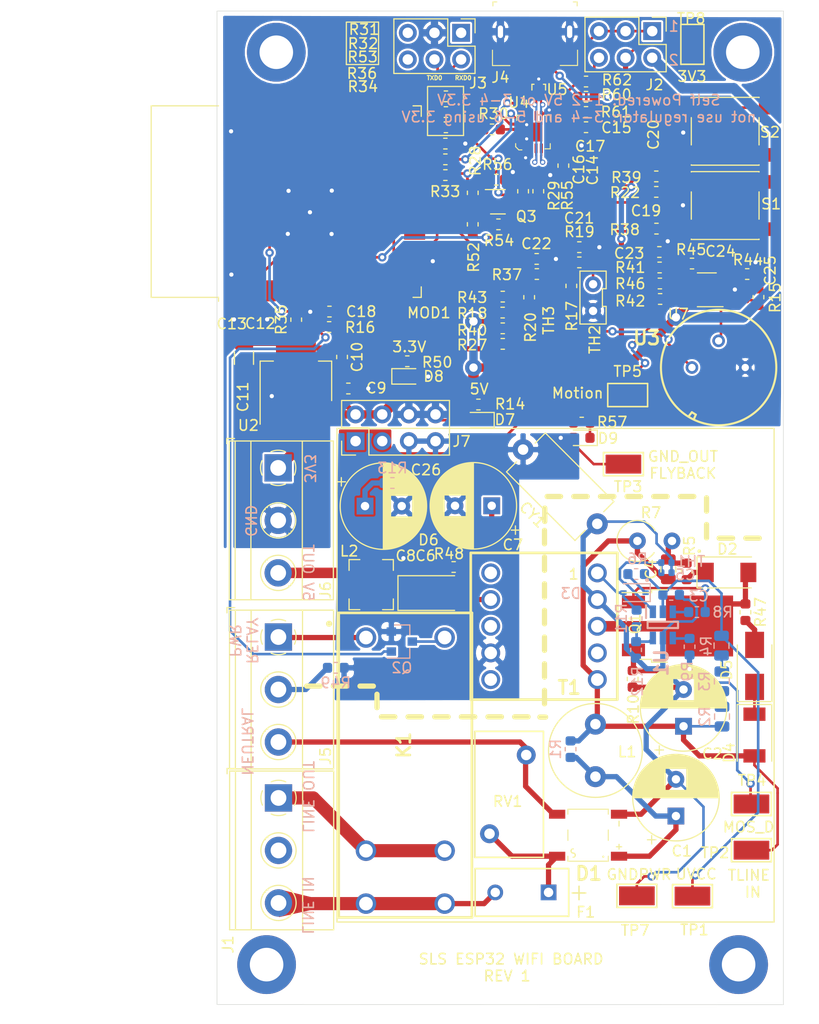
<source format=kicad_pcb>
(kicad_pcb (version 20171130) (host pcbnew "(5.1.0)-1")
  (layers (0 F.Cu signal) (31 B.Cu signal) (34 B.Paste user) (35 F.Paste user hide) (36 B.SilkS user) (37 F.SilkS user) (38 B.Mask user) (39 F.Mask user hide) (44 Edge.Cuts user))
  (net 0 "")
  (net 1 Earth)
  (net 2 "Net-(C1-Pad1)")
  (net 3 "Net-(C4-Pad2)")
  (net 4 "Net-(C5-Pad1)")
  (net 5 GND)
  (net 6 +5V)
  (net 7 +3V3)
  (net 8 "Net-(D7-Pad1)")
  (net 9 "/esp32 controlller/EN")
  (net 10 "/esp32 controlller/TEMP_IN_1")
  (net 11 "/esp32 controlller/TEMP_IN_2")
  (net 12 "/esp32 controlller/MONTION_IN")
  (net 13 /Relay_switch/CONTROL)
  (net 14 "/esp32 controlller/IO33")
  (net 15 "/esp32 controlller/IO13")
  (net 16 "/esp32 controlller/IO2")
  (net 17 "/esp32 controlller/IO0")
  (net 18 "/esp32 controlller/RXD0")
  (net 19 "/esp32 controlller/TXD0")
  (net 20 "Net-(K1-Pad6)")
  (net 21 "Net-(R3-Pad1)")
  (net 22 "Net-(R9-Pad2)")
  (net 23 "Net-(D2-PadK)")
  (net 24 /NEUTRAL)
  (net 25 /LINE_OUT)
  (net 26 /LINE_IN)
  (net 27 "Net-(R2-Pad1)")
  (net 28 "Net-(R8-Pad2)")
  (net 29 /Flyback/T_LINE_IN)
  (net 30 /Flyback/T_LINE_OUT)
  (net 31 /Flyback/T_AUX)
  (net 32 /Flyback/GATE)
  (net 33 /Flyback/MOS_D)
  (net 34 /Flyback/U_VCC)
  (net 35 /Flyback/VS)
  (net 36 "/esp32 controlller/USB_VBUS")
  (net 37 "Net-(C19-Pad1)")
  (net 38 "Net-(C20-Pad1)")
  (net 39 "/esp32 controlller/USB_D-")
  (net 40 "/esp32 controlller/USB_D+")
  (net 41 "/esp32 controlller/RTS")
  (net 42 "Net-(Q3-Pad2)")
  (net 43 "Net-(Q3-Pad5)")
  (net 44 "/esp32 controlller/DTR")
  (net 45 "Net-(R27-Pad2)")
  (net 46 "Net-(R30-Pad2)")
  (net 47 "/esp32 controlller/TXD")
  (net 48 "/esp32 controlller/RXD")
  (net 49 "/esp32 controlller/CTS")
  (net 50 "/esp32 controlller/ADC1_CH0")
  (net 51 "/esp32 controlller/ADC1_CH3")
  (net 52 "/esp32 controlller/ADC1_CH6")
  (net 53 "Net-(R17-Pad1)")
  (net 54 "Net-(C24-Pad2)")
  (net 55 "Net-(C24-Pad1)")
  (net 56 "Net-(C25-Pad1)")
  (net 57 GNDPWR)
  (net 58 "Net-(C6-Pad2)")
  (net 59 "Net-(C6-Pad1)")
  (net 60 "/esp32 controlller/USB_VDD")
  (net 61 "/esp32 controlller/USB_VREGIN")
  (net 62 "Net-(D4-Pad1)")
  (net 63 "Net-(D5-Pad2)")
  (net 64 "Net-(D8-Pad1)")
  (net 65 "Net-(Q3-Pad6)")
  (net 66 "Net-(Q3-Pad4)")
  (net 67 "Net-(Q3-Pad3)")
  (net 68 "Net-(R60-Pad1)")
  (net 69 "Net-(R62-Pad2)")
  (net 70 "Net-(D3-Pad1)")
  (net 71 "Net-(D6-Pad2)")
  (net 72 "Net-(D1-Pad4)")
  (net 73 /Flyback/5V_OUT)
  (net 74 /Flyback/GND_OUT)
  (net 75 /Relay_switch/VCC)
  (net 76 "Net-(D9-Pad1)")
  (module SLS_rev1:ERZ10D511 (layer F.Cu) (at 99.254 141.537 90)
    (fp_text reference RV1 (at 3.08 1.73 180) (layer F.SilkS))
    (fp_text value 510V)
    (pad 2 thru_hole circle (at 7.5 3.5 90) (size 1.8 1.8) (drill 1) (layers *.Cu *.Mask) (net 24 /NEUTRAL))
    (pad 1 thru_hole circle (at 0 0 90) (size 1.8 1.8) (drill 1) (layers *.Cu *.Mask) (net 72 "Net-(D1-Pad4)"))
  )
  (module Inductor_THT:L_Radial_D8.7mm_P5.00mm_Fastron_07HCP (layer F.Cu) (at 109.35 136.1 90)
    (fp_text reference L1 (at 2.363 3.024 180) (layer F.SilkS))
    (fp_text value 220uH)
    (pad 2 thru_hole circle (at 5 0 90) (size 2 2) (drill 1) (layers *.Cu *.Mask) (net 29 /Flyback/T_LINE_IN))
    (pad 1 thru_hole circle (at 0 0 90) (size 2 2) (drill 1) (layers *.Cu *.Mask) (net 2 "Net-(C1-Pad1)"))
  )
  (module Diode_SMD:D_SMA (layer F.Cu) (at 93.924 118.612)
    (fp_text reference D6 (at -0.484 -5.062) (layer F.SilkS))
    (fp_text value NRVTSA4100E)
    (pad 2 smd rect (at 2 0) (size 2 2) (layers F.Cu F.Paste F.Mask) (net 71 "Net-(D6-Pad2)"))
    (pad 1 smd rect (at -2 0) (size 2 2) (layers F.Cu F.Paste F.Mask) (net 59 "Net-(C6-Pad1)"))
  )
  (module fuse_footprint:0697H1000-02 (layer F.Cu) (at 99.8 147.125 180)
    (fp_text reference F1 (at -8.624 -1.882 180) (layer F.SilkS))
    (fp_text value 0697H1000-02)
    (pad 2 thru_hole circle (at 0 0 180) (size 1.5 1.5) (drill 0.9) (layers *.Cu *.Mask) (net 26 /LINE_IN))
    (pad 1 thru_hole rect (at -5.08 0 180) (size 1.5 1.5) (drill 0.9) (layers *.Cu *.Mask) (net 72 "Net-(D1-Pad4)"))
  )
  (module Resistor_SMD:R_0603_1608Metric (layer F.Cu) (at 97.654 83.497 270)
    (fp_text reference R52 (at 3.14 -0.09 270) (layer F.SilkS))
    (fp_text value R_0ohm)
    (pad 2 smd roundrect (at 0.7875 0 270) (size 0.875 0.95) (layers F.Cu F.Paste F.Mask) (net 9 "/esp32 controlller/EN"))
    (pad 1 smd roundrect (at -0.7875 0 270) (size 0.875 0.95) (layers F.Cu F.Paste F.Mask) (net 67 "Net-(Q3-Pad3)"))
  )
  (module SLS_rev1:SW_SPST_PTS645 (layer F.Cu) (at 121.719 81.707)
    (fp_text reference S1 (at 4.381 -0.147) (layer F.SilkS))
    (fp_text value PTS645SM43SMTR92_LFS)
    (pad 4 smd rect (at 3.98 2.25) (size 1.55 1.3) (layers F.Cu F.Paste F.Mask) (net 37 "Net-(C19-Pad1)"))
    (pad 2 smd rect (at 3.98 -2.25) (size 1.55 1.3) (layers F.Cu F.Paste F.Mask) (net 5 GND))
    (pad 1 smd rect (at -3.98 -2.25) (size 1.55 1.3) (layers F.Cu F.Paste F.Mask) (net 5 GND))
    (pad 3 smd rect (at -3.98 2.25) (size 1.55 1.3) (layers F.Cu F.Paste F.Mask) (net 37 "Net-(C19-Pad1)"))
  )
  (module SLS_rev1:VZ-STANDARD (layer F.Cu) (at 121.094 97.132 180)
    (fp_text reference U3 (at 6.854 2.802 180) (layer F.SilkS) (effects (font (size 1.27 1.27) (thickness 0.254))))
    (fp_text value IRA-S210ST01 hide)
    (pad 3 thru_hole circle (at -2.54 0 180) (size 1.2 1.2) (drill 0.7) (layers *.Cu *.Mask) (net 5 GND))
    (pad 2 thru_hole circle (at 0 2.54 180) (size 1.2 1.2) (drill 0.7) (layers *.Cu *.Mask) (net 56 "Net-(C25-Pad1)"))
    (pad 1 thru_hole circle (at 2.54 0 180) (size 1.2 1.2) (drill 0.7) (layers *.Cu *.Mask) (net 45 "Net-(R27-Pad2)"))
  )
  (module SLS_rev1:TestPoint_Keystone_5015_Micro-Minature (layer F.Cu) (at 112.424 99.757)
    (fp_text reference TP5 (at 0 -2.25) (layer F.SilkS))
    (fp_text value Keystone5015)
    (pad 1 smd rect (at 0 0) (size 3.4 1.8) (layers F.Cu F.Paste F.Mask) (net 12 "/esp32 controlller/MONTION_IN"))
  )
  (module RF_Module:ESP32-WROOM-32 (layer F.Cu) (at 82.864 81.332 90)
    (fp_text reference MOD1 (at -10.595 10.61 180) (layer F.SilkS))
    (fp_text value ESP32-WROOM-32)
    (pad 38 smd rect (at 8.5 -8.255 90) (size 2 0.9) (layers F.Cu F.Paste F.Mask) (net 5 GND))
    (pad 37 smd rect (at 8.5 -6.985 90) (size 2 0.9) (layers F.Cu F.Paste F.Mask))
    (pad 36 smd rect (at 8.5 -5.715 90) (size 2 0.9) (layers F.Cu F.Paste F.Mask))
    (pad 35 smd rect (at 8.5 -4.445 90) (size 2 0.9) (layers F.Cu F.Paste F.Mask) (net 19 "/esp32 controlller/TXD0"))
    (pad 34 smd rect (at 8.5 -3.175 90) (size 2 0.9) (layers F.Cu F.Paste F.Mask) (net 18 "/esp32 controlller/RXD0"))
    (pad 33 smd rect (at 8.5 -1.905 90) (size 2 0.9) (layers F.Cu F.Paste F.Mask))
    (pad 32 smd rect (at 8.5 -0.635 90) (size 2 0.9) (layers F.Cu F.Paste F.Mask))
    (pad 31 smd rect (at 8.5 0.635 90) (size 2 0.9) (layers F.Cu F.Paste F.Mask))
    (pad 30 smd rect (at 8.5 1.905 90) (size 2 0.9) (layers F.Cu F.Paste F.Mask))
    (pad 29 smd rect (at 8.5 3.175 90) (size 2 0.9) (layers F.Cu F.Paste F.Mask))
    (pad 28 smd rect (at 8.5 4.445 90) (size 2 0.9) (layers F.Cu F.Paste F.Mask))
    (pad 27 smd rect (at 8.5 5.715 90) (size 2 0.9) (layers F.Cu F.Paste F.Mask))
    (pad 26 smd rect (at 8.5 6.985 90) (size 2 0.9) (layers F.Cu F.Paste F.Mask))
    (pad 25 smd rect (at 8.5 8.255 90) (size 2 0.9) (layers F.Cu F.Paste F.Mask) (net 17 "/esp32 controlller/IO0"))
    (pad 24 smd rect (at 5.715 9.255 180) (size 2 0.9) (layers F.Cu F.Paste F.Mask) (net 16 "/esp32 controlller/IO2"))
    (pad 23 smd rect (at 4.445 9.255 180) (size 2 0.9) (layers F.Cu F.Paste F.Mask) (net 52 "/esp32 controlller/ADC1_CH6"))
    (pad 22 smd rect (at 3.175 9.255 180) (size 2 0.9) (layers F.Cu F.Paste F.Mask))
    (pad 21 smd rect (at 1.905 9.255 180) (size 2 0.9) (layers F.Cu F.Paste F.Mask))
    (pad 20 smd rect (at 0.635 9.255 180) (size 2 0.9) (layers F.Cu F.Paste F.Mask))
    (pad 19 smd rect (at -0.635 9.255 180) (size 2 0.9) (layers F.Cu F.Paste F.Mask))
    (pad 18 smd rect (at -1.905 9.255 180) (size 2 0.9) (layers F.Cu F.Paste F.Mask))
    (pad 17 smd rect (at -3.175 9.255 180) (size 2 0.9) (layers F.Cu F.Paste F.Mask))
    (pad 16 smd rect (at -4.445 9.255 180) (size 2 0.9) (layers F.Cu F.Paste F.Mask) (net 15 "/esp32 controlller/IO13"))
    (pad 15 smd rect (at -5.715 9.255 180) (size 2 0.9) (layers F.Cu F.Paste F.Mask) (net 5 GND))
    (pad 14 smd rect (at -8.5 8.255 90) (size 2 0.9) (layers F.Cu F.Paste F.Mask) (net 51 "/esp32 controlller/ADC1_CH3"))
    (pad 13 smd rect (at -8.5 6.985 90) (size 2 0.9) (layers F.Cu F.Paste F.Mask) (net 50 "/esp32 controlller/ADC1_CH0"))
    (pad 12 smd rect (at -8.5 5.715 90) (size 2 0.9) (layers F.Cu F.Paste F.Mask))
    (pad 11 smd rect (at -8.5 4.445 90) (size 2 0.9) (layers F.Cu F.Paste F.Mask))
    (pad 10 smd rect (at -8.5 3.175 90) (size 2 0.9) (layers F.Cu F.Paste F.Mask))
    (pad 9 smd rect (at -8.5 1.905 90) (size 2 0.9) (layers F.Cu F.Paste F.Mask) (net 14 "/esp32 controlller/IO33"))
    (pad 8 smd rect (at -8.5 0.635 90) (size 2 0.9) (layers F.Cu F.Paste F.Mask))
    (pad 7 smd rect (at -8.5 -0.635 90) (size 2 0.9) (layers F.Cu F.Paste F.Mask))
    (pad 6 smd rect (at -8.5 -1.905 90) (size 2 0.9) (layers F.Cu F.Paste F.Mask))
    (pad 5 smd rect (at -8.5 -3.175 90) (size 2 0.9) (layers F.Cu F.Paste F.Mask))
    (pad 4 smd rect (at -8.5 -4.445 90) (size 2 0.9) (layers F.Cu F.Paste F.Mask))
    (pad 3 smd rect (at -8.5 -5.715 90) (size 2 0.9) (layers F.Cu F.Paste F.Mask) (net 9 "/esp32 controlller/EN"))
    (pad 2 smd rect (at -8.5 -6.985 90) (size 2 0.9) (layers F.Cu F.Paste F.Mask) (net 7 +3V3))
    (pad 1 smd rect (at -8.5 -8.255 90) (size 2 0.9) (layers F.Cu F.Paste F.Mask) (net 5 GND))
    (pad 39 smd rect (at -1 -0.755 90) (size 5 5) (layers F.Cu F.Paste F.Mask) (net 5 GND))
  )
  (module LED_SMD:LED_0603_1608Metric (layer F.Cu) (at 108.044 103.832 180)
    (fp_text reference D9 (at -2.5 -0.05 180) (layer F.SilkS))
    (fp_text value LTST-C190KGKT)
    (pad 2 smd roundrect (at 0.7875 0 180) (size 0.875 0.95) (layers F.Cu F.Paste F.Mask) (net 74 /Flyback/GND_OUT))
    (pad 1 smd roundrect (at -0.7875 0 180) (size 0.875 0.95) (layers F.Cu F.Paste F.Mask) (net 76 "Net-(D9-Pad1)"))
  )
  (module Resistor_SMD:R_0603_1608Metric (layer F.Cu) (at 108.044 102.382 180)
    (fp_text reference R57 (at -2.9 0.05 180) (layer F.SilkS))
    (fp_text value 2k)
    (pad 2 smd roundrect (at 0.7875 0 180) (size 0.875 0.95) (layers F.Cu F.Paste F.Mask) (net 73 /Flyback/5V_OUT))
    (pad 1 smd roundrect (at -0.7875 0 180) (size 0.875 0.95) (layers F.Cu F.Paste F.Mask) (net 76 "Net-(D9-Pad1)"))
  )
  (module Connector_PinHeader_2.54mm:PinHeader_2x04_P2.54mm_Vertical (layer F.Cu) (at 86.484 104.142 90)
    (fp_text reference J7 (at -0.031 10.102 180) (layer F.SilkS))
    (fp_text value Conn_02x04_Odd_Even)
    (pad 8 thru_hole oval (at 2.54 7.62 90) (size 1.7 1.7) (drill 1) (layers *.Cu *.Mask) (net 5 GND))
    (pad 7 thru_hole oval (at 0 7.62 90) (size 1.7 1.7) (drill 1) (layers *.Cu *.Mask) (net 74 /Flyback/GND_OUT))
    (pad 6 thru_hole oval (at 2.54 5.08 90) (size 1.7 1.7) (drill 1) (layers *.Cu *.Mask) (net 5 GND))
    (pad 5 thru_hole oval (at 0 5.08 90) (size 1.7 1.7) (drill 1) (layers *.Cu *.Mask) (net 74 /Flyback/GND_OUT))
    (pad 4 thru_hole oval (at 2.54 2.54 90) (size 1.7 1.7) (drill 1) (layers *.Cu *.Mask) (net 6 +5V))
    (pad 3 thru_hole oval (at 0 2.54 90) (size 1.7 1.7) (drill 1) (layers *.Cu *.Mask) (net 73 /Flyback/5V_OUT))
    (pad 2 thru_hole oval (at 2.54 0 90) (size 1.7 1.7) (drill 1) (layers *.Cu *.Mask) (net 6 +5V))
    (pad 1 thru_hole rect (at 0 0 90) (size 1.7 1.7) (drill 1) (layers *.Cu *.Mask) (net 73 /Flyback/5V_OUT))
  )
  (module Capacitor_THT:CP_Radial_D8.0mm_P3.50mm (layer F.Cu) (at 99.464 110.302 180)
    (fp_text reference C7 (at -2.01 -3.715) (layer F.SilkS))
    (fp_text value 820uF)
    (pad 2 thru_hole circle (at 3.5 0 180) (size 1.6 1.6) (drill 0.8) (layers *.Cu *.Mask) (net 74 /Flyback/GND_OUT))
    (pad 1 thru_hole rect (at 0 0 180) (size 1.6 1.6) (drill 0.8) (layers *.Cu *.Mask) (net 59 "Net-(C6-Pad1)"))
  )
  (module Connector_PinHeader_2.54mm:PinHeader_2x03_P2.54mm_Vertical (layer F.Cu) (at 96.544 65.257 270)
    (fp_text reference J3 (at 4.79 -1.62) (layer F.SilkS))
    (fp_text value Conn_02x03_Odd_Even)
    (pad 6 thru_hole oval (at 2.54 5.08 270) (size 1.7 1.7) (drill 1) (layers *.Cu *.Mask))
    (pad 5 thru_hole oval (at 0 5.08 270) (size 1.7 1.7) (drill 1) (layers *.Cu *.Mask))
    (pad 4 thru_hole oval (at 2.54 2.54 270) (size 1.7 1.7) (drill 1) (layers *.Cu *.Mask) (net 19 "/esp32 controlller/TXD0"))
    (pad 3 thru_hole oval (at 0 2.54 270) (size 1.7 1.7) (drill 1) (layers *.Cu *.Mask) (net 5 GND))
    (pad 2 thru_hole oval (at 2.54 0 270) (size 1.7 1.7) (drill 1) (layers *.Cu *.Mask) (net 18 "/esp32 controlller/RXD0"))
    (pad 1 thru_hole rect (at 0 0 270) (size 1.7 1.7) (drill 1) (layers *.Cu *.Mask))
  )
  (module Connector_PinHeader_2.54mm:PinHeader_2x03_P2.54mm_Vertical (layer F.Cu) (at 114.764 65.097 270)
    (fp_text reference J2 (at 5.12 -0.22) (layer F.SilkS))
    (fp_text value Conn_02x03_Odd_Even)
    (pad 6 thru_hole oval (at 2.54 5.08 270) (size 1.7 1.7) (drill 1) (layers *.Cu *.Mask) (net 60 "/esp32 controlller/USB_VDD"))
    (pad 5 thru_hole oval (at 0 5.08 270) (size 1.7 1.7) (drill 1) (layers *.Cu *.Mask) (net 61 "/esp32 controlller/USB_VREGIN"))
    (pad 4 thru_hole oval (at 2.54 2.54 270) (size 1.7 1.7) (drill 1) (layers *.Cu *.Mask) (net 7 +3V3))
    (pad 3 thru_hole oval (at 0 2.54 270) (size 1.7 1.7) (drill 1) (layers *.Cu *.Mask) (net 61 "/esp32 controlller/USB_VREGIN"))
    (pad 2 thru_hole oval (at 2.54 0 270) (size 1.7 1.7) (drill 1) (layers *.Cu *.Mask) (net 6 +5V))
    (pad 1 thru_hole rect (at 0 0 270) (size 1.7 1.7) (drill 1) (layers *.Cu *.Mask) (net 61 "/esp32 controlller/USB_VREGIN"))
  )
  (module SLS_rev1:SMAJ90A (layer F.Cu) (at 124.51 130.15 270)
    (fp_text reference D4 (at 3.667 2.416 270) (layer F.SilkS))
    (fp_text value SMAJ90A)
    (pad 2 smd rect (at 3.97 0 270) (size 1.27 2.1) (layers F.Cu F.Paste F.Mask) (net 29 /Flyback/T_LINE_IN))
    (pad 1 smd rect (at 0 0 270) (size 1.27 2.1) (layers F.Cu F.Paste F.Mask) (net 62 "Net-(D4-Pad1)"))
  )
  (module MountingHole:MountingHole_3.2mm_M3_DIN965_Pad (layer F.Cu) (at 78.925 67.107)
    (fp_text reference H4 hide)
    (fp_text value MountingHole)
    (pad 1 thru_hole circle (at 0.001 0) (size 5.6 5.6) (drill 3.2) (layers *.Cu *.Mask))
  )
  (module MountingHole:MountingHole_3.2mm_M3_DIN965_Pad (layer F.Cu) (at 123 154)
    (fp_text reference H3 hide)
    (fp_text value MountingHole)
    (pad 1 thru_hole circle (at 0 0) (size 5.6 5.6) (drill 3.2) (layers *.Cu *.Mask))
  )
  (module MountingHole:MountingHole_3.2mm_M3_DIN965_Pad (layer F.Cu) (at 123.4 67.107)
    (fp_text reference H2 hide)
    (fp_text value MountingHole)
    (pad 1 thru_hole circle (at 0 0) (size 5.6 5.6) (drill 3.2) (layers *.Cu *.Mask))
  )
  (module MountingHole:MountingHole_3.2mm_M3_DIN965_Pad (layer F.Cu) (at 78 154)
    (fp_text reference H1 hide)
    (fp_text value MountingHole)
    (pad 1 thru_hole circle (at 0 0) (size 5.6 5.6) (drill 3.2) (layers *.Cu *.Mask))
  )
  (module SLS_rev1:TerminalBlock_Phoenix_MKDS-1,5-3_1x03_P5.00mm_Horizontal (layer F.Cu) (at 79.104 106.692 270)
    (fp_text reference J6 (at 11.655 -4.52 90) (layer F.SilkS))
    (fp_text value Phoenix_3pos_5mm)
    (pad 3 thru_hole circle (at 10 0 270) (size 2.6 2.6) (drill 1.5) (layers *.Cu *.Mask) (net 73 /Flyback/5V_OUT))
    (pad 2 thru_hole circle (at 5 0 270) (size 2.6 2.6) (drill 1.5) (layers *.Cu *.Mask) (net 5 GND))
    (pad 1 thru_hole rect (at 0 0 270) (size 2.6 2.6) (drill 1.5) (layers *.Cu *.Mask) (net 7 +3V3))
  )
  (module SLS_rev1:TerminalBlock_Phoenix_MKDS-1,5-3_1x03_P5.00mm_Horizontal (layer F.Cu) (at 79.125 122.8 270)
    (fp_text reference J5 (at 11.337 -4.499 270) (layer F.SilkS))
    (fp_text value Phoenix_3pos_5mm)
    (pad 3 thru_hole circle (at 10 0 270) (size 2.6 2.6) (drill 1.5) (layers *.Cu *.Mask) (net 24 /NEUTRAL))
    (pad 2 thru_hole circle (at 5 0 270) (size 2.6 2.6) (drill 1.5) (layers *.Cu *.Mask) (net 1 Earth))
    (pad 1 thru_hole rect (at 0 0 270) (size 2.6 2.6) (drill 1.5) (layers *.Cu *.Mask) (net 75 /Relay_switch/VCC))
  )
  (module SLS_rev1:TerminalBlock_Phoenix_MKDS-1,5-3_1x03_P5.00mm_Horizontal (layer F.Cu) (at 79.135 138.125 270)
    (fp_text reference J1 (at 13.952 4.811 270) (layer F.SilkS))
    (fp_text value Phoenix_3pos_5mm)
    (pad 3 thru_hole circle (at 10 0 270) (size 2.6 2.6) (drill 1.5) (layers *.Cu *.Mask) (net 26 /LINE_IN))
    (pad 2 thru_hole circle (at 5 0 270) (size 2.6 2.6) (drill 1.5) (layers *.Cu *.Mask))
    (pad 1 thru_hole rect (at 0 0 270) (size 2.6 2.6) (drill 1.5) (layers *.Cu *.Mask) (net 25 /LINE_OUT))
  )
  (module Package_TO_SOT_SMD:SOT-23-5_HandSoldering (layer F.Cu) (at 119.969 89.732 180)
    (fp_text reference U7 (at 2.725 -2.315 180) (layer F.SilkS))
    (fp_text value LMV321)
    (pad 5 smd rect (at 1.35 -0.95 180) (size 1.56 0.65) (layers F.Cu F.Paste F.Mask) (net 6 +5V))
    (pad 4 smd rect (at 1.35 0.95 180) (size 1.56 0.65) (layers F.Cu F.Paste F.Mask) (net 55 "Net-(C24-Pad1)"))
    (pad 3 smd rect (at -1.35 0.95 180) (size 1.56 0.65) (layers F.Cu F.Paste F.Mask) (net 54 "Net-(C24-Pad2)"))
    (pad 2 smd rect (at -1.35 0 180) (size 1.56 0.65) (layers F.Cu F.Paste F.Mask) (net 5 GND))
    (pad 1 smd rect (at -1.35 -0.95 180) (size 1.56 0.65) (layers F.Cu F.Paste F.Mask) (net 56 "Net-(C25-Pad1)"))
  )
  (module Package_TO_SOT_SMD:Texas_DRT-3 (layer F.Cu) (at 103.944 70.707)
    (fp_text reference U5 (at 1.75 -0.05) (layer F.SilkS))
    (fp_text value TPD2EUSB30)
    (pad 3 smd rect (at 0 -0.425) (size 0.3 0.3) (layers F.Cu F.Paste F.Mask) (net 5 GND))
    (pad 2 smd rect (at 0.35 0.425) (size 0.3 0.3) (layers F.Cu F.Paste F.Mask) (net 39 "/esp32 controlller/USB_D-"))
    (pad 1 smd rect (at -0.35 0.425) (size 0.3 0.3) (layers F.Cu F.Paste F.Mask) (net 40 "/esp32 controlller/USB_D+"))
  )
  (module SLS_rev1:QFN-20-1EP_3x3mm (layer F.Cu) (at 103.444 74.707 90)
    (fp_text reference U4 (at 2.817 -1.394 180) (layer F.SilkS))
    (fp_text value CP2102N-A02-GQFN20R)
    (pad 20 smd rect (at -0.75 -1.55 90) (size 0.3 0.9) (layers F.Cu F.Paste F.Mask))
    (pad 19 smd rect (at -0.25 -1.55 90) (size 0.3 0.9) (layers F.Cu F.Paste F.Mask))
    (pad 18 smd rect (at 0.25 -1.55 90) (size 0.3 0.9) (layers F.Cu F.Paste F.Mask) (net 46 "Net-(R30-Pad2)"))
    (pad 15 smd rect (at 1.55 -0.75 90) (size 0.9 0.3) (layers F.Cu F.Paste F.Mask) (net 49 "/esp32 controlller/CTS"))
    (pad 14 smd rect (at 1.55 -0.25 90) (size 0.9 0.3) (layers F.Cu F.Paste F.Mask))
    (pad 13 smd rect (at 1.55 0.25 90) (size 0.9 0.3) (layers F.Cu F.Paste F.Mask))
    (pad 10 smd rect (at 0.75 1.55 90) (size 0.3 0.9) (layers F.Cu F.Paste F.Mask))
    (pad 9 smd rect (at 0.25 1.55 90) (size 0.3 0.9) (layers F.Cu F.Paste F.Mask) (net 69 "Net-(R62-Pad2)"))
    (pad 8 smd rect (at -0.25 1.55 90) (size 0.3 0.9) (layers F.Cu F.Paste F.Mask) (net 68 "Net-(R60-Pad1)"))
    (pad 12 smd rect (at 1.55 0.75 90) (size 0.9 0.3) (layers F.Cu F.Paste F.Mask) (net 5 GND))
    (pad 5 smd rect (at -1.55 0.75 90) (size 0.9 0.3) (layers F.Cu F.Paste F.Mask) (net 39 "/esp32 controlller/USB_D-"))
    (pad 4 smd rect (at -1.55 0.25 90) (size 0.9 0.3) (layers F.Cu F.Paste F.Mask) (net 40 "/esp32 controlller/USB_D+"))
    (pad 3 smd rect (at -1.55 -0.25 90) (size 0.9 0.3) (layers F.Cu F.Paste F.Mask) (net 5 GND))
    (pad 21 smd rect (at 0 0 90) (size 1.8 1.7) (layers F.Cu F.Paste F.Mask) (net 5 GND))
    (pad 2 smd rect (at -1.55 -0.75 90) (size 0.9 0.3) (layers F.Cu F.Paste F.Mask))
    (pad 11 smd rect (at 1.25 1.25 90) (size 0.34 0.34) (layers F.Cu F.Paste F.Mask))
    (pad 6 smd rect (at -1.25 1.25 90) (size 0.34 0.34) (layers F.Cu F.Paste F.Mask) (net 60 "/esp32 controlller/USB_VDD"))
    (pad 16 smd rect (at 1.25 -1.25 90) (size 0.34 0.34) (layers F.Cu F.Paste F.Mask) (net 41 "/esp32 controlller/RTS"))
    (pad 1 smd rect (at -1.25 -1.24 90) (size 0.34 0.34) (layers F.Cu F.Paste F.Mask))
    (pad 7 smd rect (at -0.75 1.55 90) (size 0.3 0.9) (layers F.Cu F.Paste F.Mask) (net 61 "/esp32 controlller/USB_VREGIN"))
    (pad 17 smd rect (at 0.75 -1.55 90) (size 0.3 0.9) (layers F.Cu F.Paste F.Mask) (net 48 "/esp32 controlller/RXD"))
  )
  (module SLS_rev1:SOT-223-3_TabPin2 (layer F.Cu) (at 80.794 98.432 90)
    (fp_text reference U2 (at -4.217 -4.528 180) (layer F.SilkS))
    (fp_text value AP2114H-3_3TRG1)
    (pad 1 smd rect (at -3.15 -2.3 90) (size 2 1.5) (layers F.Cu F.Paste F.Mask) (net 5 GND))
    (pad 3 smd rect (at -3.15 2.3 90) (size 2 1.5) (layers F.Cu F.Paste F.Mask) (net 6 +5V))
    (pad 2 smd rect (at -3.15 0 90) (size 2 1.5) (layers F.Cu F.Paste F.Mask) (net 7 +3V3))
    (pad 2 smd rect (at 3.15 0 90) (size 2 3.8) (layers F.Cu F.Paste F.Mask) (net 7 +3V3))
  )
  (module SLS_rev1:UCC28704DBVR-1 (layer B.Cu) (at 115.775 121.645 270)
    (fp_text reference U1 (at 3.61 0.139 270) (layer B.SilkS) (effects (font (size 1.27 1.27) (thickness 0.254)) (justify mirror)))
    (fp_text value UCC28704 hide)
    (pad 6 smd rect (at 1.25 0.95 180) (size 0.6 1.2) (layers B.Cu B.Paste B.Mask) (net 35 /Flyback/VS))
    (pad 5 smd rect (at 1.25 0 180) (size 0.6 1.2) (layers B.Cu B.Paste B.Mask) (net 57 GNDPWR))
    (pad 4 smd rect (at 1.25 -0.95 180) (size 0.6 1.2) (layers B.Cu B.Paste B.Mask) (net 22 "Net-(R9-Pad2)"))
    (pad 3 smd rect (at -1.25 -0.95 180) (size 0.6 1.2) (layers B.Cu B.Paste B.Mask) (net 28 "Net-(R8-Pad2)"))
    (pad 2 smd rect (at -1.25 0 180) (size 0.6 1.2) (layers B.Cu B.Paste B.Mask) (net 34 /Flyback/U_VCC))
    (pad 1 smd rect (at -1.25 0.95 180) (size 0.6 1.2) (layers B.Cu B.Paste B.Mask) (net 4 "Net-(C5-Pad1)"))
  )
  (module SLS_rev1:TestPoint_Keystone_5015_Micro-Minature (layer F.Cu) (at 118.594 66.357 90)
    (fp_text reference TP8 (at 2.467 -0.114 180) (layer F.SilkS))
    (fp_text value Keystone5015)
    (pad 1 smd rect (at 0 0 90) (size 3.4 1.8) (layers F.Cu F.Paste F.Mask) (net 7 +3V3))
  )
  (module SLS_rev1:TestPoint_Keystone_5015_Micro-Minature (layer F.Cu) (at 113.3 147.45)
    (fp_text reference TP7 (at -0.16 3.29) (layer F.SilkS))
    (fp_text value Keystone5015)
    (pad 1 smd rect (at 0 0) (size 3.4 1.8) (layers F.Cu F.Paste F.Mask) (net 57 GNDPWR))
  )
  (module SLS_rev1:TestPoint_Keystone_5015_Micro-Minature (layer F.Cu) (at 124.225 138.7)
    (fp_text reference TP4 (at 0.059 -2.25) (layer F.SilkS))
    (fp_text value Keystone5015)
    (pad 1 smd rect (at 0 0) (size 3.4 1.8) (layers F.Cu F.Paste F.Mask) (net 33 /Flyback/MOS_D))
  )
  (module SLS_rev1:TestPoint_Keystone_5015_Micro-Minature (layer F.Cu) (at 112.019 106.332)
    (fp_text reference TP3 (at 0.45 2.15) (layer F.SilkS))
    (fp_text value Keystone5015)
    (pad 1 smd rect (at 0 0) (size 3.4 1.8) (layers F.Cu F.Paste F.Mask) (net 74 /Flyback/GND_OUT))
  )
  (module SLS_rev1:TestPoint_Keystone_5015_Micro-Minature (layer F.Cu) (at 124.225 143.1)
    (fp_text reference TP2 (at -3.471 0.247) (layer F.SilkS))
    (fp_text value Keystone5015)
    (pad 1 smd rect (at 0 0) (size 3.4 1.8) (layers F.Cu F.Paste F.Mask) (net 29 /Flyback/T_LINE_IN))
  )
  (module SLS_rev1:TestPoint_Keystone_5015_Micro-Minature (layer F.Cu) (at 118.6 147.475)
    (fp_text reference TP1 (at 0.19 3.215) (layer F.SilkS))
    (fp_text value Keystone5015)
    (pad 1 smd rect (at 0 0) (size 3.4 1.8) (layers F.Cu F.Paste F.Mask) (net 34 /Flyback/U_VCC))
  )
  (module Resistor_SMD:R_0402_1005Metric (layer F.Cu) (at 104.634 90.272 270)
    (fp_text reference TH3 (at 2.365 -0.26 90) (layer F.SilkS))
    (fp_text value "100k NTC")
    (pad 2 smd roundrect (at 0.485 0 270) (size 0.59 0.64) (layers F.Cu F.Paste F.Mask) (net 5 GND))
    (pad 1 smd roundrect (at -0.485 0 270) (size 0.59 0.64) (layers F.Cu F.Paste F.Mask) (net 11 "/esp32 controlller/TEMP_IN_2"))
  )
  (module SLS_rev1:NTCLE100E3103ht1 (layer F.Cu) (at 109.124 90.472 180)
    (fp_text reference TH2 (at -0.17 -3.995 90) (layer F.SilkS))
    (fp_text value "10k NTC")
    (pad 1 thru_hole circle (at 0 1.27 180) (size 1.5 1.5) (drill 0.8) (layers *.Cu *.Mask) (net 10 "/esp32 controlller/TEMP_IN_1"))
    (pad 2 thru_hole circle (at 0 -1.27 180) (size 1.5 1.5) (drill 0.8) (layers *.Cu *.Mask) (net 5 GND))
  )
  (module Resistor_SMD:R_0402_1005Metric (layer B.Cu) (at 116.115 115.715)
    (fp_text reference TH1 (at 2.315 -0.112) (layer B.SilkS) (effects (justify mirror)))
    (fp_text value "X_NTC 470K")
    (pad 2 smd roundrect (at 0.485 0) (size 0.59 0.64) (layers B.Cu B.Paste B.Mask) (net 57 GNDPWR))
    (pad 1 smd roundrect (at -0.485 0) (size 0.59 0.64) (layers B.Cu B.Paste B.Mask) (net 4 "Net-(C5-Pad1)"))
  )
  (module SLS_rev1:7508110151 (layer F.Cu) (at 104.45 121.775 180)
    (fp_text reference T1 (at -2.404 -5.842 180) (layer F.SilkS) (effects (font (size 1.27 1.27) (thickness 0.254))))
    (fp_text value Transformer_120V_PRI_15V_AUX hide)
    (pad 10 thru_hole circle (at 5.08 5.08 180) (size 1.8 1.8) (drill 1.2) (layers *.Cu *.Mask))
    (pad 9 thru_hole circle (at 5.08 2.54 180) (size 1.8 1.8) (drill 1.2) (layers *.Cu *.Mask) (net 71 "Net-(D6-Pad2)"))
    (pad 8 thru_hole circle (at 5.08 0 180) (size 1.8 1.8) (drill 1.2) (layers *.Cu *.Mask))
    (pad 7 thru_hole circle (at 5.08 -2.54 180) (size 1.8 1.8) (drill 1.2) (layers *.Cu *.Mask) (net 74 /Flyback/GND_OUT))
    (pad 6 thru_hole circle (at 5.08 -5.08 180) (size 1.8 1.8) (drill 1.2) (layers *.Cu *.Mask))
    (pad 5 thru_hole circle (at -5.08 -5.08 180) (size 1.8 1.8) (drill 1.2) (layers *.Cu *.Mask) (net 29 /Flyback/T_LINE_IN))
    (pad 4 thru_hole circle (at -5.08 -2.54 180) (size 1.8 1.8) (drill 1.2) (layers *.Cu *.Mask))
    (pad 3 thru_hole circle (at -5.08 0 180) (size 1.8 1.8) (drill 1.2) (layers *.Cu *.Mask) (net 30 /Flyback/T_LINE_OUT))
    (pad 2 thru_hole circle (at -5.08 2.54 180) (size 1.8 1.8) (drill 1.2) (layers *.Cu *.Mask) (net 57 GNDPWR))
    (pad 1 thru_hole circle (at -5.08 5.08 180) (size 1.8 1.8) (drill 1.2) (layers *.Cu *.Mask) (net 31 /Flyback/T_AUX))
  )
  (module SLS_rev1:SW_SPST_PTS645 (layer F.Cu) (at 121.719 74.632)
    (fp_text reference S2 (at 4.271 0.088) (layer F.SilkS))
    (fp_text value PTS645SM43SMTR92_LFS)
    (pad 4 smd rect (at 3.98 2.25) (size 1.55 1.3) (layers F.Cu F.Paste F.Mask) (net 38 "Net-(C20-Pad1)"))
    (pad 2 smd rect (at 3.98 -2.25) (size 1.55 1.3) (layers F.Cu F.Paste F.Mask) (net 5 GND))
    (pad 1 smd rect (at -3.98 -2.25) (size 1.55 1.3) (layers F.Cu F.Paste F.Mask) (net 5 GND))
    (pad 3 smd rect (at -3.98 2.25) (size 1.55 1.3) (layers F.Cu F.Paste F.Mask) (net 38 "Net-(C20-Pad1)"))
  )
  (module Resistor_SMD:R_0603_1608Metric (layer F.Cu) (at 108.454 69.897 180)
    (fp_text reference R62 (at -2.95 0.15 180) (layer F.SilkS))
    (fp_text value 1k)
    (pad 2 smd roundrect (at 0.7875 0 180) (size 0.875 0.95) (layers F.Cu F.Paste F.Mask) (net 69 "Net-(R62-Pad2)"))
    (pad 1 smd roundrect (at -0.7875 0 180) (size 0.875 0.95) (layers F.Cu F.Paste F.Mask) (net 60 "/esp32 controlller/USB_VDD"))
  )
  (module Resistor_SMD:R_0603_1608Metric (layer F.Cu) (at 108.454 72.797)
    (fp_text reference R61 (at 2.85 0) (layer F.SilkS))
    (fp_text value 47K)
    (pad 2 smd roundrect (at 0.7875 0) (size 0.875 0.95) (layers F.Cu F.Paste F.Mask) (net 5 GND))
    (pad 1 smd roundrect (at -0.7875 0) (size 0.875 0.95) (layers F.Cu F.Paste F.Mask) (net 68 "Net-(R60-Pad1)"))
  )
  (module Resistor_SMD:R_0603_1608Metric (layer F.Cu) (at 108.454 71.347)
    (fp_text reference R60 (at 2.9 -0.2) (layer F.SilkS))
    (fp_text value 22.1K)
    (pad 2 smd roundrect (at 0.7875 0) (size 0.875 0.95) (layers F.Cu F.Paste F.Mask) (net 36 "/esp32 controlller/USB_VBUS"))
    (pad 1 smd roundrect (at -0.7875 0) (size 0.875 0.95) (layers F.Cu F.Paste F.Mask) (net 68 "Net-(R60-Pad1)"))
  )
  (module Resistor_SMD:R_0603_1608Metric (layer F.Cu) (at 99.904 79.247)
    (fp_text reference R56 (at 0.1 -1.45) (layer F.SilkS))
    (fp_text value R_0ohm)
    (pad 2 smd roundrect (at 0.7875 0) (size 0.875 0.95) (layers F.Cu F.Paste F.Mask) (net 5 GND))
    (pad 1 smd roundrect (at -0.7875 0) (size 0.875 0.95) (layers F.Cu F.Paste F.Mask) (net 44 "/esp32 controlller/DTR"))
  )
  (module Resistor_SMD:R_0603_1608Metric (layer F.Cu) (at 103.904 80.347 90)
    (fp_text reference R55 (at -0.4 2.77 90) (layer F.SilkS))
    (fp_text value R_0ohm)
    (pad 2 smd roundrect (at 0.7875 0 90) (size 0.875 0.95) (layers F.Cu F.Paste F.Mask) (net 44 "/esp32 controlller/DTR"))
    (pad 1 smd roundrect (at -0.7875 0 90) (size 0.875 0.95) (layers F.Cu F.Paste F.Mask) (net 7 +3V3))
  )
  (module Resistor_SMD:R_0603_1608Metric (layer F.Cu) (at 100.104 83.497)
    (fp_text reference R54 (at 0.05 1.55) (layer F.SilkS))
    (fp_text value R_0ohm)
    (pad 2 smd roundrect (at 0.7875 0) (size 0.875 0.95) (layers F.Cu F.Paste F.Mask) (net 66 "Net-(Q3-Pad4)"))
    (pad 1 smd roundrect (at -0.7875 0) (size 0.875 0.95) (layers F.Cu F.Paste F.Mask) (net 41 "/esp32 controlller/RTS"))
  )
  (module Resistor_SMD:R_0603_1608Metric (layer F.Cu) (at 95.094 74.257)
    (fp_text reference R53 (at -7.94 -6.7) (layer F.SilkS))
    (fp_text value R_0ohm)
    (pad 2 smd roundrect (at 0.7875 0) (size 0.875 0.95) (layers F.Cu F.Paste F.Mask) (net 65 "Net-(Q3-Pad6)"))
    (pad 1 smd roundrect (at -0.7875 0) (size 0.875 0.95) (layers F.Cu F.Paste F.Mask) (net 17 "/esp32 controlller/IO0"))
  )
  (module Resistor_SMD:R_0603_1608Metric (layer F.Cu) (at 91.414 96.537 180)
    (fp_text reference R50 (at -2.85 -0.1 180) (layer F.SilkS))
    (fp_text value 2k)
    (pad 2 smd roundrect (at 0.7875 0 180) (size 0.875 0.95) (layers F.Cu F.Paste F.Mask) (net 64 "Net-(D8-Pad1)"))
    (pad 1 smd roundrect (at -0.7875 0 180) (size 0.875 0.95) (layers F.Cu F.Paste F.Mask) (net 7 +3V3))
  )
  (module Resistor_SMD:R_0603_1608Metric (layer B.Cu) (at 84.594 125.732)
    (fp_text reference R49 (at 0 1.43) (layer B.SilkS) (effects (justify mirror)))
    (fp_text value 1k)
    (pad 2 smd roundrect (at 0.7875 0) (size 0.875 0.95) (layers B.Cu B.Paste B.Mask) (net 74 /Flyback/GND_OUT))
    (pad 1 smd roundrect (at -0.7875 0) (size 0.875 0.95) (layers B.Cu B.Paste B.Mask) (net 1 Earth))
  )
  (module Resistor_SMD:R_0603_1608Metric (layer F.Cu) (at 95.834 116.132)
    (fp_text reference R48 (at -0.45 -1.255) (layer F.SilkS))
    (fp_text value 21.5)
    (pad 2 smd roundrect (at 0.7875 0) (size 0.875 0.95) (layers F.Cu F.Paste F.Mask) (net 71 "Net-(D6-Pad2)"))
    (pad 1 smd roundrect (at -0.7875 0) (size 0.875 0.95) (layers F.Cu F.Paste F.Mask) (net 58 "Net-(C6-Pad2)"))
  )
  (module Resistor_SMD:R_0603_1608Metric (layer F.Cu) (at 123.65 120.4375 270)
    (fp_text reference R47 (at 0 -1.43 270) (layer F.SilkS))
    (fp_text value 51.1)
    (pad 2 smd roundrect (at 0.7875 0 270) (size 0.875 0.95) (layers F.Cu F.Paste F.Mask) (net 63 "Net-(D5-Pad2)"))
    (pad 1 smd roundrect (at -0.7875 0 270) (size 0.875 0.95) (layers F.Cu F.Paste F.Mask) (net 30 /Flyback/T_LINE_OUT))
  )
  (module Resistor_SMD:R_0603_1608Metric (layer F.Cu) (at 115.494 89.132)
    (fp_text reference R46 (at -2.825 0.025) (layer F.SilkS))
    (fp_text value R_0ohm)
    (pad 2 smd roundrect (at 0.7875 0) (size 0.875 0.95) (layers F.Cu F.Paste F.Mask) (net 55 "Net-(C24-Pad1)"))
    (pad 1 smd roundrect (at -0.7875 0) (size 0.875 0.95) (layers F.Cu F.Paste F.Mask) (net 12 "/esp32 controlller/MONTION_IN"))
  )
  (module Resistor_SMD:R_0603_1608Metric (layer F.Cu) (at 118.5565 87.232)
    (fp_text reference R45 (at -0.0875 -1.325) (layer F.SilkS))
    (fp_text value 75k)
    (pad 2 smd roundrect (at 0.7875 0) (size 0.875 0.95) (layers F.Cu F.Paste F.Mask) (net 54 "Net-(C24-Pad2)"))
    (pad 1 smd roundrect (at -0.7875 0) (size 0.875 0.95) (layers F.Cu F.Paste F.Mask) (net 55 "Net-(C24-Pad1)"))
  )
  (module Resistor_SMD:R_0603_1608Metric (layer F.Cu) (at 123.819 88.232)
    (fp_text reference R44 (at 0.075 -1.35) (layer F.SilkS))
    (fp_text value 1k)
    (pad 2 smd roundrect (at 0.7875 0) (size 0.875 0.95) (layers F.Cu F.Paste F.Mask) (net 5 GND))
    (pad 1 smd roundrect (at -0.7875 0) (size 0.875 0.95) (layers F.Cu F.Paste F.Mask) (net 54 "Net-(C24-Pad2)"))
  )
  (module Resistor_SMD:R_0603_1608Metric (layer F.Cu) (at 100.514 90.382)
    (fp_text reference R43 (at -2.92 0.085) (layer F.SilkS))
    (fp_text value R_0ohm)
    (pad 2 smd roundrect (at 0.7875 0) (size 0.875 0.95) (layers F.Cu F.Paste F.Mask) (net 53 "Net-(R17-Pad1)"))
    (pad 1 smd roundrect (at -0.7875 0) (size 0.875 0.95) (layers F.Cu F.Paste F.Mask) (net 7 +3V3))
  )
  (module Resistor_SMD:R_0603_1608Metric (layer F.Cu) (at 115.519 90.607 180)
    (fp_text reference R42 (at 2.85 -0.2 180) (layer F.SilkS))
    (fp_text value R_0ohm)
    (pad 2 smd roundrect (at 0.7875 0 180) (size 0.875 0.95) (layers F.Cu F.Paste F.Mask) (net 12 "/esp32 controlller/MONTION_IN"))
    (pad 1 smd roundrect (at -0.7875 0 180) (size 0.875 0.95) (layers F.Cu F.Paste F.Mask) (net 56 "Net-(C25-Pad1)"))
  )
  (module Resistor_SMD:R_0603_1608Metric (layer F.Cu) (at 115.469 87.607)
    (fp_text reference R41 (at -2.8 0) (layer F.SilkS))
    (fp_text value R_0ohm)
    (pad 2 smd roundrect (at 0.7875 0) (size 0.875 0.95) (layers F.Cu F.Paste F.Mask) (net 12 "/esp32 controlller/MONTION_IN"))
    (pad 1 smd roundrect (at -0.7875 0) (size 0.875 0.95) (layers F.Cu F.Paste F.Mask) (net 52 "/esp32 controlller/ADC1_CH6"))
  )
  (module Resistor_SMD:R_0603_1608Metric (layer F.Cu) (at 100.514 93.402)
    (fp_text reference R40 (at -2.92 0.175 180) (layer F.SilkS))
    (fp_text value R_0ohm)
    (pad 2 smd roundrect (at 0.7875 0) (size 0.875 0.95) (layers F.Cu F.Paste F.Mask) (net 45 "Net-(R27-Pad2)"))
    (pad 1 smd roundrect (at -0.7875 0) (size 0.875 0.95) (layers F.Cu F.Paste F.Mask) (net 6 +5V))
  )
  (module Capacitor_SMD:C_0603_1608Metric (layer F.Cu) (at 115.149 78.932)
    (fp_text reference R39 (at -2.85 0.1) (layer F.SilkS))
    (fp_text value 470)
    (pad 2 smd roundrect (at 0.7875 0) (size 0.875 0.95) (layers F.Cu F.Paste F.Mask) (net 38 "Net-(C20-Pad1)"))
    (pad 1 smd roundrect (at -0.7875 0) (size 0.875 0.95) (layers F.Cu F.Paste F.Mask) (net 9 "/esp32 controlller/EN"))
  )
  (module Capacitor_SMD:C_0603_1608Metric (layer F.Cu) (at 115.169 83.907)
    (fp_text reference R38 (at -3.025 0.1) (layer F.SilkS))
    (fp_text value 470)
    (pad 2 smd roundrect (at 0.7875 0) (size 0.875 0.95) (layers F.Cu F.Paste F.Mask) (net 37 "Net-(C19-Pad1)"))
    (pad 1 smd roundrect (at -0.7875 0) (size 0.875 0.95) (layers F.Cu F.Paste F.Mask) (net 17 "/esp32 controlller/IO0"))
  )
  (module Resistor_SMD:R_0603_1608Metric (layer F.Cu) (at 103.764 88.232)
    (fp_text reference R37 (at -2.86 0.065 180) (layer F.SilkS))
    (fp_text value R_0ohm)
    (pad 2 smd roundrect (at 0.7875 0) (size 0.875 0.95) (layers F.Cu F.Paste F.Mask) (net 11 "/esp32 controlller/TEMP_IN_2"))
    (pad 1 smd roundrect (at -0.7875 0) (size 0.875 0.95) (layers F.Cu F.Paste F.Mask) (net 51 "/esp32 controlller/ADC1_CH3"))
  )
  (module Resistor_SMD:R_0603_1608Metric (layer F.Cu) (at 95.044 75.807)
    (fp_text reference R36 (at -7.95 -6.68) (layer F.SilkS))
    (fp_text value 10k)
    (pad 2 smd roundrect (at 0.7875 0) (size 0.875 0.95) (layers F.Cu F.Paste F.Mask) (net 5 GND))
    (pad 1 smd roundrect (at -0.7875 0) (size 0.875 0.95) (layers F.Cu F.Paste F.Mask) (net 16 "/esp32 controlller/IO2"))
  )
  (module Resistor_SMD:R_0603_1608Metric (layer F.Cu) (at 80.824 92.577 90)
    (fp_text reference R35 (at 0 -1.43 90) (layer F.SilkS))
    (fp_text value 10k)
    (pad 2 smd roundrect (at 0.7875 0 90) (size 0.875 0.95) (layers F.Cu F.Paste F.Mask) (net 17 "/esp32 controlller/IO0"))
    (pad 1 smd roundrect (at -0.7875 0 90) (size 0.875 0.95) (layers F.Cu F.Paste F.Mask) (net 7 +3V3))
  )
  (module Resistor_SMD:R_0603_1608Metric (layer F.Cu) (at 95.044 77.307)
    (fp_text reference R34 (at -7.87 -6.92) (layer F.SilkS))
    (fp_text value R_0ohm)
    (pad 2 smd roundrect (at 0.7875 0) (size 0.875 0.95) (layers F.Cu F.Paste F.Mask) (net 49 "/esp32 controlller/CTS"))
    (pad 1 smd roundrect (at -0.7875 0) (size 0.875 0.95) (layers F.Cu F.Paste F.Mask) (net 52 "/esp32 controlller/ADC1_CH6"))
  )
  (module Resistor_SMD:R_0603_1608Metric (layer F.Cu) (at 95.044 78.807)
    (fp_text reference R33 (at -0.02 1.57) (layer F.SilkS))
    (fp_text value R_0ohm)
    (pad 2 smd roundrect (at 0.7875 0) (size 0.875 0.95) (layers F.Cu F.Paste F.Mask) (net 41 "/esp32 controlller/RTS"))
    (pad 1 smd roundrect (at -0.7875 0) (size 0.875 0.95) (layers F.Cu F.Paste F.Mask) (net 15 "/esp32 controlller/IO13"))
  )
  (module Resistor_SMD:R_0603_1608Metric (layer F.Cu) (at 95.094 72.807)
    (fp_text reference R32 (at -7.9 -6.52) (layer F.SilkS))
    (fp_text value R_0ohm)
    (pad 2 smd roundrect (at 0.7875 0) (size 0.875 0.95) (layers F.Cu F.Paste F.Mask) (net 47 "/esp32 controlller/TXD"))
    (pad 1 smd roundrect (at -0.7875 0) (size 0.875 0.95) (layers F.Cu F.Paste F.Mask) (net 18 "/esp32 controlller/RXD0"))
  )
  (module Resistor_SMD:R_0603_1608Metric (layer F.Cu) (at 95.094 71.307)
    (fp_text reference R31 (at -7.81 -6.37) (layer F.SilkS))
    (fp_text value R_0ohm)
    (pad 2 smd roundrect (at 0.7875 0) (size 0.875 0.95) (layers F.Cu F.Paste F.Mask) (net 48 "/esp32 controlller/RXD"))
    (pad 1 smd roundrect (at -0.7875 0) (size 0.875 0.95) (layers F.Cu F.Paste F.Mask) (net 19 "/esp32 controlller/TXD0"))
  )
  (module Capacitor_SMD:C_0603_1608Metric (layer F.Cu) (at 99.494 74.457)
    (fp_text reference R30 (at 0.14 -1.49) (layer F.SilkS))
    (fp_text value 470)
    (pad 2 smd roundrect (at 0.7875 0) (size 0.875 0.95) (layers F.Cu F.Paste F.Mask) (net 46 "Net-(R30-Pad2)"))
    (pad 1 smd roundrect (at -0.7875 0) (size 0.875 0.95) (layers F.Cu F.Paste F.Mask) (net 47 "/esp32 controlller/TXD"))
  )
  (module Resistor_SMD:R_0603_1608Metric (layer F.Cu) (at 102.454 80.347 90)
    (fp_text reference R29 (at -0.43 2.95 90) (layer F.SilkS))
    (fp_text value 10k)
    (pad 2 smd roundrect (at 0.7875 0 90) (size 0.875 0.95) (layers F.Cu F.Paste F.Mask) (net 44 "/esp32 controlller/DTR"))
    (pad 1 smd roundrect (at -0.7875 0 90) (size 0.875 0.95) (layers F.Cu F.Paste F.Mask) (net 43 "Net-(Q3-Pad5)"))
  )
  (module Resistor_SMD:R_0603_1608Metric (layer F.Cu) (at 97.654 80.497 270)
    (fp_text reference R28 (at -3.05 -0.25 270) (layer F.SilkS))
    (fp_text value 10k)
    (pad 2 smd roundrect (at 0.7875 0 270) (size 0.875 0.95) (layers F.Cu F.Paste F.Mask) (net 42 "Net-(Q3-Pad2)"))
    (pad 1 smd roundrect (at -0.7875 0 270) (size 0.875 0.95) (layers F.Cu F.Paste F.Mask) (net 41 "/esp32 controlller/RTS"))
  )
  (module Resistor_SMD:R_0603_1608Metric (layer F.Cu) (at 100.514 94.882)
    (fp_text reference R27 (at -2.92 0.105 180) (layer F.SilkS))
    (fp_text value R_0ohm)
    (pad 2 smd roundrect (at 0.7875 0) (size 0.875 0.95) (layers F.Cu F.Paste F.Mask) (net 45 "Net-(R27-Pad2)"))
    (pad 1 smd roundrect (at -0.7875 0) (size 0.875 0.95) (layers F.Cu F.Paste F.Mask) (net 7 +3V3))
  )
  (module Resistor_SMD:R_0603_1608Metric (layer F.Cu) (at 115.149 80.407 180)
    (fp_text reference R22 (at 2.975 -0.07 180) (layer F.SilkS))
    (fp_text value 12k)
    (pad 2 smd roundrect (at 0.7875 0 180) (size 0.875 0.95) (layers F.Cu F.Paste F.Mask) (net 9 "/esp32 controlller/EN"))
    (pad 1 smd roundrect (at -0.7875 0 180) (size 0.875 0.95) (layers F.Cu F.Paste F.Mask) (net 7 +3V3))
  )
  (module Resistor_SMD:R_0603_1608Metric (layer F.Cu) (at 103.034 90.442 90)
    (fp_text reference R20 (at -2.865 0.13 270) (layer F.SilkS))
    (fp_text value 100k)
    (pad 2 smd roundrect (at 0.7875 0 90) (size 0.875 0.95) (layers F.Cu F.Paste F.Mask) (net 11 "/esp32 controlller/TEMP_IN_2"))
    (pad 1 smd roundrect (at -0.7875 0 90) (size 0.875 0.95) (layers F.Cu F.Paste F.Mask) (net 53 "Net-(R17-Pad1)"))
  )
  (module Resistor_SMD:R_0603_1608Metric (layer F.Cu) (at 107.814 87.122)
    (fp_text reference R19 (at 0.01 -2.915) (layer F.SilkS))
    (fp_text value R_0ohm)
    (pad 2 smd roundrect (at 0.7875 0) (size 0.875 0.95) (layers F.Cu F.Paste F.Mask) (net 10 "/esp32 controlller/TEMP_IN_1"))
    (pad 1 smd roundrect (at -0.7875 0) (size 0.875 0.95) (layers F.Cu F.Paste F.Mask) (net 50 "/esp32 controlller/ADC1_CH0"))
  )
  (module Resistor_SMD:R_0603_1608Metric (layer F.Cu) (at 100.504 91.902)
    (fp_text reference R18 (at -2.902 0.08) (layer F.SilkS))
    (fp_text value R_0ohm)
    (pad 2 smd roundrect (at 0.7875 0) (size 0.875 0.95) (layers F.Cu F.Paste F.Mask) (net 53 "Net-(R17-Pad1)"))
    (pad 1 smd roundrect (at -0.7875 0) (size 0.875 0.95) (layers F.Cu F.Paste F.Mask) (net 6 +5V))
  )
  (module Resistor_SMD:R_0603_1608Metric (layer F.Cu) (at 107.054 89.362 90)
    (fp_text reference R17 (at -2.885 0.04 270) (layer F.SilkS))
    (fp_text value 10k)
    (pad 2 smd roundrect (at 0.7875 0 90) (size 0.875 0.95) (layers F.Cu F.Paste F.Mask) (net 10 "/esp32 controlller/TEMP_IN_1"))
    (pad 1 smd roundrect (at -0.7875 0 90) (size 0.875 0.95) (layers F.Cu F.Paste F.Mask) (net 53 "Net-(R17-Pad1)"))
  )
  (module Resistor_SMD:R_0603_1608Metric (layer F.Cu) (at 83.964 93.277 180)
    (fp_text reference R16 (at -2.955 -0.035 180) (layer F.SilkS))
    (fp_text value R_0ohm)
    (pad 2 smd roundrect (at 0.7875 0 180) (size 0.875 0.95) (layers F.Cu F.Paste F.Mask) (net 13 /Relay_switch/CONTROL))
    (pad 1 smd roundrect (at -0.7875 0 180) (size 0.875 0.95) (layers F.Cu F.Paste F.Mask) (net 14 "/esp32 controlller/IO33"))
  )
  (module Resistor_SMD:R_0603_1608Metric (layer F.Cu) (at 124.894 90.432 90)
    (fp_text reference R15 (at -0.058 1.586 90) (layer F.SilkS))
    (fp_text value 43k)
    (pad 2 smd roundrect (at 0.7875 0 90) (size 0.875 0.95) (layers F.Cu F.Paste F.Mask) (net 5 GND))
    (pad 1 smd roundrect (at -0.7875 0 90) (size 0.875 0.95) (layers F.Cu F.Paste F.Mask) (net 56 "Net-(C25-Pad1)"))
  )
  (module Resistor_SMD:R_0603_1608Metric (layer F.Cu) (at 98.194 100.657)
    (fp_text reference R14 (at 3.02 -0.04) (layer F.SilkS))
    (fp_text value 2k)
    (pad 2 smd roundrect (at 0.7875 0) (size 0.875 0.95) (layers F.Cu F.Paste F.Mask) (net 8 "Net-(D7-Pad1)"))
    (pad 1 smd roundrect (at -0.7875 0) (size 0.875 0.95) (layers F.Cu F.Paste F.Mask) (net 6 +5V))
  )
  (module Resistor_SMD:R_0603_1608Metric (layer B.Cu) (at 89.994 108.132 180)
    (fp_text reference R13 (at 0 1.43 180) (layer B.SilkS) (effects (justify mirror)))
    (fp_text value 1k)
    (pad 2 smd roundrect (at 0.7875 0 180) (size 0.875 0.95) (layers B.Cu B.Paste B.Mask) (net 73 /Flyback/5V_OUT))
    (pad 1 smd roundrect (at -0.7875 0 180) (size 0.875 0.95) (layers B.Cu B.Paste B.Mask) (net 74 /Flyback/GND_OUT))
  )
  (module Resistor_SMD:R_0603_1608Metric (layer B.Cu) (at 113.225 124.025 90)
    (fp_text reference R12 (at -3.008 0.125 90) (layer B.SilkS) (effects (justify mirror)))
    (fp_text value 24.9k)
    (pad 2 smd roundrect (at 0.7875 0 90) (size 0.875 0.95) (layers B.Cu B.Paste B.Mask) (net 35 /Flyback/VS))
    (pad 1 smd roundrect (at -0.7875 0 90) (size 0.875 0.95) (layers B.Cu B.Paste B.Mask) (net 57 GNDPWR))
  )
  (module Resistor_SMD:R_0603_1608Metric (layer B.Cu) (at 113.275 121.025 90)
    (fp_text reference R11 (at 0 -1.449 90) (layer B.SilkS) (effects (justify mirror)))
    (fp_text value 90.9k)
    (pad 2 smd roundrect (at 0.7875 0 90) (size 0.875 0.95) (layers B.Cu B.Paste B.Mask) (net 31 /Flyback/T_AUX))
    (pad 1 smd roundrect (at -0.7875 0 90) (size 0.875 0.95) (layers B.Cu B.Paste B.Mask) (net 35 /Flyback/VS))
  )
  (module Resistor_SMD:R_0603_1608Metric (layer F.Cu) (at 112.9 126.79 90)
    (fp_text reference R10 (at -2.887 0.064 90) (layer F.SilkS))
    (fp_text value 1.02)
    (pad 2 smd roundrect (at 0.7875 0 90) (size 0.875 0.95) (layers F.Cu F.Paste F.Mask) (net 33 /Flyback/MOS_D))
    (pad 1 smd roundrect (at -0.7875 0 90) (size 0.875 0.95) (layers F.Cu F.Paste F.Mask) (net 57 GNDPWR))
  )
  (module Resistor_SMD:R_0603_1608Metric (layer B.Cu) (at 118.325 123.725 90)
    (fp_text reference R9 (at -2.345 -0.215 90) (layer B.SilkS) (effects (justify mirror)))
    (fp_text value 374)
    (pad 2 smd roundrect (at 0.7875 0 90) (size 0.875 0.95) (layers B.Cu B.Paste B.Mask) (net 22 "Net-(R9-Pad2)"))
    (pad 1 smd roundrect (at -0.7875 0 90) (size 0.875 0.95) (layers B.Cu B.Paste B.Mask) (net 33 /Flyback/MOS_D))
  )
  (module Resistor_SMD:R_0603_1608Metric (layer B.Cu) (at 119.025 120.425 180)
    (fp_text reference R8 (at -2.453 -0.004 180) (layer B.SilkS) (effects (justify mirror)))
    (fp_text value 10)
    (pad 2 smd roundrect (at 0.7875 0 180) (size 0.875 0.95) (layers B.Cu B.Paste B.Mask) (net 28 "Net-(R8-Pad2)"))
    (pad 1 smd roundrect (at -0.7875 0 180) (size 0.875 0.95) (layers B.Cu B.Paste B.Mask) (net 32 /Flyback/GATE))
  )
  (module SLS_rev1:R_Axial_DIN0309_L9.0mm_D3.9mm_P2.54mm_Vertical (layer F.Cu) (at 113.35 113.65)
    (fp_text reference R7 (at 1.29 -2.69) (layer F.SilkS))
    (fp_text value 220k)
    (pad 2 thru_hole oval (at 3.3 0) (size 1.6 1.6) (drill 0.8) (layers *.Cu *.Mask) (net 3 "Net-(C4-Pad2)"))
    (pad 1 thru_hole circle (at 0 0) (size 1.6 1.6) (drill 0.8) (layers *.Cu *.Mask) (net 29 /Flyback/T_LINE_IN))
  )
  (module Resistor_SMD:R_0603_1608Metric (layer B.Cu) (at 113.235 116.805)
    (fp_text reference R6 (at 0.115 -1.456) (layer B.SilkS) (effects (justify mirror)))
    (fp_text value 21.5)
    (pad 2 smd roundrect (at 0.7875 0) (size 0.875 0.95) (layers B.Cu B.Paste B.Mask) (net 34 /Flyback/U_VCC))
    (pad 1 smd roundrect (at -0.7875 0) (size 0.875 0.95) (layers B.Cu B.Paste B.Mask) (net 70 "Net-(D3-Pad1)"))
  )
  (module Resistor_SMD:R_0603_1608Metric (layer F.Cu) (at 118.05 116.55 90)
    (fp_text reference R5 (at 2.433 0.264 90) (layer F.SilkS))
    (fp_text value 51.1)
    (pad 2 smd roundrect (at 0.7875 0 90) (size 0.875 0.95) (layers F.Cu F.Paste F.Mask) (net 3 "Net-(C4-Pad2)"))
    (pad 1 smd roundrect (at -0.7875 0 90) (size 0.875 0.95) (layers F.Cu F.Paste F.Mask) (net 23 "Net-(D2-PadK)"))
  )
  (module Resistor_SMD:R_0805_2012Metric (layer B.Cu) (at 121.37 123.62 270)
    (fp_text reference R4 (at 0.03 1.45 270) (layer B.SilkS) (effects (justify mirror)))
    (fp_text value 590k)
    (pad 2 smd roundrect (at 0.9375 0 270) (size 0.975 1.4) (layers B.Cu B.Paste B.Mask) (net 21 "Net-(R3-Pad1)"))
    (pad 1 smd roundrect (at -0.9375 0 270) (size 0.975 1.4) (layers B.Cu B.Paste B.Mask) (net 34 /Flyback/U_VCC))
  )
  (module Resistor_SMD:R_0805_2012Metric (layer B.Cu) (at 121.4 127.02 270)
    (fp_text reference R3 (at 0 1.65 270) (layer B.SilkS) (effects (justify mirror)))
    (fp_text value 590k)
    (pad 2 smd roundrect (at 0.9375 0 270) (size 0.975 1.4) (layers B.Cu B.Paste B.Mask) (net 27 "Net-(R2-Pad1)"))
    (pad 1 smd roundrect (at -0.9375 0 270) (size 0.975 1.4) (layers B.Cu B.Paste B.Mask) (net 21 "Net-(R3-Pad1)"))
  )
  (module Resistor_SMD:R_0805_2012Metric (layer B.Cu) (at 121.42 130.38 270)
    (fp_text reference R2 (at 0 1.65 270) (layer B.SilkS) (effects (justify mirror)))
    (fp_text value 590k)
    (pad 2 smd roundrect (at 0.9375 0 270) (size 0.975 1.4) (layers B.Cu B.Paste B.Mask) (net 29 /Flyback/T_LINE_IN))
    (pad 1 smd roundrect (at -0.9375 0 270) (size 0.975 1.4) (layers B.Cu B.Paste B.Mask) (net 27 "Net-(R2-Pad1)"))
  )
  (module Resistor_SMD:R_0603_1608Metric (layer B.Cu) (at 106.98 133.48 270)
    (fp_text reference R1 (at 0 1.43 270) (layer B.SilkS) (effects (justify mirror)))
    (fp_text value 1k)
    (pad 2 smd roundrect (at 0.7875 0 270) (size 0.875 0.95) (layers B.Cu B.Paste B.Mask) (net 2 "Net-(C1-Pad1)"))
    (pad 1 smd roundrect (at -0.7875 0 270) (size 0.875 0.95) (layers B.Cu B.Paste B.Mask) (net 29 /Flyback/T_LINE_IN))
  )
  (module SLS_rev1:SOT-363_SC-70-6 (layer F.Cu) (at 100.054 81.347)
    (fp_text reference Q3 (at 2.7 1.4) (layer F.SilkS))
    (fp_text value MBT3904DW1T1G)
    (pad 6 smd rect (at 0.95 -0.65) (size 0.65 0.4) (layers F.Cu F.Paste F.Mask) (net 65 "Net-(Q3-Pad6)"))
    (pad 4 smd rect (at 0.95 0.65) (size 0.65 0.4) (layers F.Cu F.Paste F.Mask) (net 66 "Net-(Q3-Pad4)"))
    (pad 2 smd rect (at -0.95 0) (size 0.65 0.4) (layers F.Cu F.Paste F.Mask) (net 42 "Net-(Q3-Pad2)"))
    (pad 5 smd rect (at 0.95 0) (size 0.65 0.4) (layers F.Cu F.Paste F.Mask) (net 43 "Net-(Q3-Pad5)"))
    (pad 3 smd rect (at -0.95 0.65) (size 0.65 0.4) (layers F.Cu F.Paste F.Mask) (net 67 "Net-(Q3-Pad3)"))
    (pad 1 smd rect (at -0.95 -0.65) (size 0.65 0.4) (layers F.Cu F.Paste F.Mask) (net 44 "/esp32 controlller/DTR"))
  )
  (module SLS_rev1:SOT-23 (layer B.Cu) (at 90.894 123.232)
    (fp_text reference Q2 (at 0 2.5) (layer B.SilkS) (effects (justify mirror)))
    (fp_text value SSM3K257R)
    (pad 3 smd rect (at 1 0) (size 0.9 0.8) (layers B.Cu B.Paste B.Mask) (net 20 "Net-(K1-Pad6)"))
    (pad 2 smd rect (at -1 -0.95) (size 0.9 0.8) (layers B.Cu B.Paste B.Mask) (net 74 /Flyback/GND_OUT))
    (pad 1 smd rect (at -1 0.95) (size 0.9 0.8) (layers B.Cu B.Paste B.Mask) (net 13 /Relay_switch/CONTROL))
  )
  (module SLS_rev1:TO-252-2 (layer F.Cu) (at 117.175 121.75)
    (fp_text reference Q1 (at -4.041 -0.203 90) (layer F.SilkS))
    (fp_text value SIHD2N80E)
    (pad 1 smd rect (at -4.2 -2.28) (size 2.2 1.2) (layers F.Cu F.Paste F.Mask) (net 32 /Flyback/GATE))
    (pad 3 smd rect (at -4.2 2.28) (size 2.2 1.2) (layers F.Cu F.Paste F.Mask) (net 33 /Flyback/MOS_D))
    (pad 2 smd rect (at 2.1 0) (size 6.4 5.8) (layers F.Cu F.Mask) (net 30 /Flyback/T_LINE_OUT))
  )
  (module SLS_rev1:L_Bourns-SRN4018 (layer F.Cu) (at 87.974 117.812 90)
    (fp_text reference L2 (at 3.195 -2.1 180) (layer F.SilkS))
    (fp_text value 1uH)
    (pad 2 smd rect (at 1.525 0 90) (size 1.5 3.6) (layers F.Cu F.Paste F.Mask) (net 73 /Flyback/5V_OUT))
    (pad 1 smd rect (at -1.525 0 90) (size 1.5 3.6) (layers F.Cu F.Paste F.Mask) (net 59 "Net-(C6-Pad1)"))
  )
  (module SLS_rev1:RZ03-1A4-D005 (layer F.Cu) (at 84.875 120.5 270)
    (fp_text reference K1 (at 12.59767 -6.209 270) (layer F.SilkS) (effects (font (size 1.27 1.27) (thickness 0.254))))
    (fp_text value RZ03-1A4-D005 hide)
    (pad 6 thru_hole circle (at 2.35 -10.1 270) (size 1.95 1.95) (drill 1.3) (layers *.Cu *.Mask) (net 20 "Net-(K1-Pad6)"))
    (pad 5 thru_hole circle (at 22.65 -10.1 270) (size 1.95 1.95) (drill 1.3) (layers *.Cu *.Mask) (net 25 /LINE_OUT))
    (pad 4 thru_hole circle (at 27.69 -10.1 270) (size 1.95 1.95) (drill 1.3) (layers *.Cu *.Mask) (net 26 /LINE_IN))
    (pad 3 thru_hole circle (at 27.69 -2.6 270) (size 1.95 1.95) (drill 1.3) (layers *.Cu *.Mask) (net 26 /LINE_IN))
    (pad 2 thru_hole circle (at 22.65 -2.6 270) (size 1.95 1.95) (drill 1.3) (layers *.Cu *.Mask) (net 25 /LINE_OUT))
    (pad 1 thru_hole circle (at 2.35 -2.6 270) (size 1.95 1.95) (drill 1.3) (layers *.Cu *.Mask) (net 75 /Relay_switch/VCC))
  )
  (module SLS_rev1:USB_Micro_B_Female_10118193-0001LF (layer F.Cu) (at 103.594 65.157 180)
    (fp_text reference J4 (at 3.3 -4.35 180) (layer F.SilkS))
    (fp_text value 10118193-0001LF)
    (pad SH smd rect (at 1.2 0 180) (size 1.9 1.9) (layers F.Cu F.Paste F.Mask) (net 5 GND))
    (pad SH smd rect (at -1.2 0 180) (size 1.9 1.9) (layers F.Cu F.Paste F.Mask) (net 5 GND))
    (pad SH smd rect (at 3.2 -2.45 180) (size 1.6 1.4) (layers F.Cu F.Paste F.Mask) (net 5 GND))
    (pad SH smd rect (at -3.2 -2.45 180) (size 1.6 1.4) (layers F.Cu F.Paste F.Mask) (net 5 GND))
    (pad SH thru_hole oval (at -3.3 0 180) (size 0.9 1.6) (drill oval 0.5 1.2) (layers *.Cu *.Mask) (net 5 GND))
    (pad SH thru_hole oval (at 3.3 0 180) (size 0.9 1.6) (drill oval 0.5 1.2) (layers *.Cu *.Mask) (net 5 GND))
    (pad 1 smd rect (at -1.3 -2.675 180) (size 0.4 1.35) (layers F.Cu F.Paste F.Mask) (net 36 "/esp32 controlller/USB_VBUS"))
    (pad 2 smd rect (at -0.65 -2.675 180) (size 0.4 1.35) (layers F.Cu F.Paste F.Mask) (net 39 "/esp32 controlller/USB_D-"))
    (pad 5 smd rect (at 1.3 -2.675 180) (size 0.4 1.35) (layers F.Cu F.Paste F.Mask) (net 5 GND))
    (pad 4 smd rect (at 0.65 -2.675 180) (size 0.4 1.35) (layers F.Cu F.Paste F.Mask))
    (pad 3 smd rect (at 0 -2.675 180) (size 0.4 1.35) (layers F.Cu F.Paste F.Mask) (net 40 "/esp32 controlller/USB_D+"))
  )
  (module LED_SMD:LED_0603_1608Metric (layer F.Cu) (at 91.424 97.977)
    (fp_text reference D8 (at 2.5 0) (layer F.SilkS))
    (fp_text value LTST-C190KGKT)
    (pad 2 smd roundrect (at 0.7875 0) (size 0.875 0.95) (layers F.Cu F.Paste F.Mask) (net 5 GND))
    (pad 1 smd roundrect (at -0.7875 0) (size 0.875 0.95) (layers F.Cu F.Paste F.Mask) (net 64 "Net-(D8-Pad1)"))
  )
  (module LED_SMD:LED_0603_1608Metric (layer F.Cu) (at 98.214 102.147 180)
    (fp_text reference D7 (at -2.5 0.05 180) (layer F.SilkS))
    (fp_text value LTST-C190KGKT)
    (pad 2 smd roundrect (at 0.7875 0 180) (size 0.875 0.95) (layers F.Cu F.Paste F.Mask) (net 5 GND))
    (pad 1 smd roundrect (at -0.7875 0 180) (size 0.875 0.95) (layers F.Cu F.Paste F.Mask) (net 8 "Net-(D7-Pad1)"))
  )
  (module Diode_SMD:D_SMA (layer F.Cu) (at 124.525 125.55 90)
    (fp_text reference D5 (at -0.39 -2.665 90) (layer F.SilkS))
    (fp_text value MRA4007T3G)
    (pad 2 smd rect (at 2 0 90) (size 2.5 1.8) (layers F.Cu F.Paste F.Mask) (net 63 "Net-(D5-Pad2)"))
    (pad 1 smd rect (at -2 0 90) (size 2.5 1.8) (layers F.Cu F.Paste F.Mask) (net 62 "Net-(D4-Pad1)"))
  )
  (module SLS_rev1:D_SOD-323 (layer B.Cu) (at 113.075 118.575 180)
    (fp_text reference D3 (at 6.075 -0.076 180) (layer B.SilkS) (effects (justify mirror)))
    (fp_text value "200V 200mA SOD323")
    (pad 2 smd rect (at 1.055 0 180) (size 0.59 0.45) (layers B.Cu B.Paste B.Mask) (net 31 /Flyback/T_AUX))
    (pad 1 smd rect (at -1.055 0 180) (size 0.59 0.45) (layers B.Cu B.Paste B.Mask) (net 70 "Net-(D3-Pad1)"))
  )
  (module SLS_rev1:D_GF1 (layer F.Cu) (at 121.9 116.65)
    (fp_text reference D2 (at 0.03 -2.22) (layer F.SilkS))
    (fp_text value "1.2V @1A")
    (pad A smd rect (at 2.03 0) (size 1.52 1.85) (layers F.Cu F.Paste F.Mask) (net 30 /Flyback/T_LINE_OUT))
    (pad K smd rect (at -2.03 0) (size 1.52 1.85) (layers F.Cu F.Paste F.Mask) (net 23 "Net-(D2-PadK)"))
  )
  (module SLS_rev1:MDB6S (layer F.Cu) (at 108.65 141.675 90)
    (fp_text reference D1 (at -3.652 0.064 180) (layer F.SilkS) (effects (font (size 1.27 1.27) (thickness 0.254))))
    (fp_text value MDB6S hide)
    (pad 1 smd rect (at -2 2.95 90) (size 0.85 1.55) (layers F.Cu F.Paste F.Mask) (net 2 "Net-(C1-Pad1)"))
    (pad 4 smd rect (at -2 -2.95 90) (size 0.85 1.55) (layers F.Cu F.Paste F.Mask) (net 72 "Net-(D1-Pad4)"))
    (pad 2 smd rect (at 2 2.95 90) (size 0.85 1.55) (layers F.Cu F.Paste F.Mask) (net 57 GNDPWR))
    (pad 3 smd rect (at 2 -2.95 90) (size 0.85 1.55) (layers F.Cu F.Paste F.Mask) (net 24 /NEUTRAL))
  )
  (module SLS_rev1:C_Disc_D9.0mm_W5.0mm_P10.00mm (layer F.Cu) (at 109.524 112.022 135)
    (fp_text reference CY1 (at 5 -3.75 135) (layer F.SilkS))
    (fp_text value "100pF 440VAC")
    (pad 2 thru_hole circle (at 10 0 135) (size 2 2) (drill 1) (layers *.Cu *.Mask) (net 74 /Flyback/GND_OUT))
    (pad 1 thru_hole circle (at 0 0 135) (size 2 2) (drill 1) (layers *.Cu *.Mask) (net 57 GNDPWR))
  )
  (module Capacitor_THT:CP_Radial_D8.0mm_P3.50mm (layer F.Cu) (at 87.384 110.332)
    (fp_text reference C26 (at 5.81 -3.45) (layer F.SilkS))
    (fp_text value 820uF)
    (pad 2 thru_hole circle (at 3.5 0) (size 1.6 1.6) (drill 0.8) (layers *.Cu *.Mask) (net 74 /Flyback/GND_OUT))
    (pad 1 thru_hole rect (at 0 0) (size 1.6 1.6) (drill 0.8) (layers *.Cu *.Mask) (net 73 /Flyback/5V_OUT))
  )
  (module Resistor_SMD:R_0402_1005Metric (layer F.Cu) (at 123.669 90.232 90)
    (fp_text reference C25 (at 2.332 2.341 90) (layer F.SilkS))
    (fp_text value 15pF)
    (pad 2 smd roundrect (at 0.485 0 90) (size 0.59 0.64) (layers F.Cu F.Paste F.Mask) (net 54 "Net-(C24-Pad2)"))
    (pad 1 smd roundrect (at -0.485 0 90) (size 0.59 0.64) (layers F.Cu F.Paste F.Mask) (net 56 "Net-(C25-Pad1)"))
  )
  (module Resistor_SMD:R_0402_1005Metric (layer F.Cu) (at 121.119 87.457)
    (fp_text reference C24 (at 0.155 -1.39) (layer F.SilkS))
    (fp_text value 15pF)
    (pad 2 smd roundrect (at 0.485 0) (size 0.59 0.64) (layers F.Cu F.Paste F.Mask) (net 54 "Net-(C24-Pad2)"))
    (pad 1 smd roundrect (at -0.485 0) (size 0.59 0.64) (layers F.Cu F.Paste F.Mask) (net 55 "Net-(C24-Pad1)"))
  )
  (module Resistor_SMD:R_0603_1608Metric (layer F.Cu) (at 115.444 86.132 180)
    (fp_text reference C23 (at 2.875 -0.125 180) (layer F.SilkS))
    (fp_text value 4.7uF)
    (pad 2 smd roundrect (at 0.7875 0 180) (size 0.875 0.95) (layers F.Cu F.Paste F.Mask) (net 52 "/esp32 controlller/ADC1_CH6"))
    (pad 1 smd roundrect (at -0.7875 0 180) (size 0.875 0.95) (layers F.Cu F.Paste F.Mask) (net 5 GND))
  )
  (module Resistor_SMD:R_0603_1608Metric (layer F.Cu) (at 103.749 86.792 180)
    (fp_text reference C22 (at 0.025 1.45 180) (layer F.SilkS))
    (fp_text value 4.7uF)
    (pad 2 smd roundrect (at 0.7875 0 180) (size 0.875 0.95) (layers F.Cu F.Paste F.Mask) (net 51 "/esp32 controlller/ADC1_CH3"))
    (pad 1 smd roundrect (at -0.7875 0 180) (size 0.875 0.95) (layers F.Cu F.Paste F.Mask) (net 5 GND))
  )
  (module Resistor_SMD:R_0603_1608Metric (layer F.Cu) (at 107.814 85.672 180)
    (fp_text reference C21 (at 0.02 2.765 180) (layer F.SilkS))
    (fp_text value 4.7uF)
    (pad 2 smd roundrect (at 0.7875 0 180) (size 0.875 0.95) (layers F.Cu F.Paste F.Mask) (net 50 "/esp32 controlller/ADC1_CH0"))
    (pad 1 smd roundrect (at -0.7875 0 180) (size 0.875 0.95) (layers F.Cu F.Paste F.Mask) (net 5 GND))
  )
  (module Capacitor_SMD:C_0402_1005Metric (layer F.Cu) (at 116.019 75.232 90)
    (fp_text reference C20 (at 0.275 -1.135 90) (layer F.SilkS))
    (fp_text value 1nF)
    (pad 2 smd roundrect (at 0.485 0 90) (size 0.59 0.64) (layers F.Cu F.Paste F.Mask) (net 5 GND))
    (pad 1 smd roundrect (at -0.485 0 90) (size 0.59 0.64) (layers F.Cu F.Paste F.Mask) (net 38 "Net-(C20-Pad1)"))
  )
  (module Capacitor_SMD:C_0402_1005Metric (layer F.Cu) (at 116.119 82.157 90)
    (fp_text reference C19 (at -0.05 -1.945 180) (layer F.SilkS))
    (fp_text value 1nF)
    (pad 2 smd roundrect (at 0.485 0 90) (size 0.59 0.64) (layers F.Cu F.Paste F.Mask) (net 5 GND))
    (pad 1 smd roundrect (at -0.485 0 90) (size 0.59 0.64) (layers F.Cu F.Paste F.Mask) (net 37 "Net-(C19-Pad1)"))
  )
  (module Resistor_SMD:R_0603_1608Metric (layer F.Cu) (at 83.994 91.807)
    (fp_text reference C18 (at 3.025 0) (layer F.SilkS))
    (fp_text value 4.7uF)
    (pad 2 smd roundrect (at 0.7875 0) (size 0.875 0.95) (layers F.Cu F.Paste F.Mask) (net 14 "/esp32 controlller/IO33"))
    (pad 1 smd roundrect (at -0.7875 0) (size 0.875 0.95) (layers F.Cu F.Paste F.Mask) (net 5 GND))
  )
  (module Capacitor_SMD:C_0402_1005Metric (layer F.Cu) (at 106.494 76.007 180)
    (fp_text reference C17 (at -2.35 -0.05 180) (layer F.SilkS))
    (fp_text value 0.1uF)
    (pad 2 smd roundrect (at 0.485 0 180) (size 0.59 0.64) (layers F.Cu F.Paste F.Mask) (net 61 "/esp32 controlller/USB_VREGIN"))
    (pad 1 smd roundrect (at -0.485 0 180) (size 0.59 0.64) (layers F.Cu F.Paste F.Mask) (net 5 GND))
  )
  (module Capacitor_SMD:C_0402_1005Metric (layer F.Cu) (at 105.05 77.357 90)
    (fp_text reference C16 (at -0.913 2.72 90) (layer F.SilkS))
    (fp_text value 0.1uF)
    (pad 2 smd roundrect (at 0.485 0 90) (size 0.59 0.64) (layers F.Cu F.Paste F.Mask) (net 60 "/esp32 controlller/USB_VDD"))
    (pad 1 smd roundrect (at -0.485 0 90) (size 0.59 0.64) (layers F.Cu F.Paste F.Mask) (net 5 GND))
  )
  (module Resistor_SMD:R_0603_1608Metric (layer F.Cu) (at 108.454 74.247 180)
    (fp_text reference C15 (at -2.9 -0.05 180) (layer F.SilkS))
    (fp_text value 4.7uF)
    (pad 2 smd roundrect (at 0.7875 0 180) (size 0.875 0.95) (layers F.Cu F.Paste F.Mask) (net 61 "/esp32 controlller/USB_VREGIN"))
    (pad 1 smd roundrect (at -0.7875 0 180) (size 0.875 0.95) (layers F.Cu F.Paste F.Mask) (net 5 GND))
  )
  (module Resistor_SMD:R_0603_1608Metric (layer F.Cu) (at 106.294 77.907 90)
    (fp_text reference C14 (at -0.433 2.776 90) (layer F.SilkS))
    (fp_text value 4.7uF)
    (pad 2 smd roundrect (at 0.7875 0 90) (size 0.875 0.95) (layers F.Cu F.Paste F.Mask) (net 60 "/esp32 controlller/USB_VDD"))
    (pad 1 smd roundrect (at -0.7875 0 90) (size 0.875 0.95) (layers F.Cu F.Paste F.Mask) (net 5 GND))
  )
  (module Capacitor_SMD:C_0402_1005Metric (layer F.Cu) (at 75.369 91.557 180)
    (fp_text reference C13 (at 0.689 -1.423 180) (layer F.SilkS))
    (fp_text value 1uF)
    (pad 2 smd roundrect (at 0.485 0 180) (size 0.59 0.64) (layers F.Cu F.Paste F.Mask) (net 5 GND))
    (pad 1 smd roundrect (at -0.485 0 180) (size 0.59 0.64) (layers F.Cu F.Paste F.Mask) (net 7 +3V3))
  )
  (module Capacitor_SMD:C_0402_1005Metric (layer F.Cu) (at 77.584 91.617)
    (fp_text reference C12 (at -0.184 1.323) (layer F.SilkS))
    (fp_text value 1uF)
    (pad 2 smd roundrect (at 0.485 0) (size 0.59 0.64) (layers F.Cu F.Paste F.Mask) (net 5 GND))
    (pad 1 smd roundrect (at -0.485 0) (size 0.59 0.64) (layers F.Cu F.Paste F.Mask) (net 9 "/esp32 controlller/EN"))
  )
  (module Capacitor_SMD:C_1206_3216Metric (layer F.Cu) (at 75.844 96.231999 270)
    (fp_text reference C11 (at 3.7 0.1 270) (layer F.SilkS))
    (fp_text value "100uF 6.3V")
    (pad 2 smd roundrect (at 1.4 0 270) (size 1.25 1.75) (layers F.Cu F.Paste F.Mask) (roundrect_rratio 0.2) (net 5 GND))
    (pad 1 smd roundrect (at -1.4 0 270) (size 1.25 1.75) (layers F.Cu F.Paste F.Mask) (roundrect_rratio 0.2) (net 7 +3V3))
  )
  (module Resistor_SMD:R_0603_1608Metric (layer F.Cu) (at 85.194 96.132 270)
    (fp_text reference C10 (at 0 -1.43 270) (layer F.SilkS))
    (fp_text value 4.7uF)
    (pad 2 smd roundrect (at 0.7875 0 270) (size 0.875 0.95) (layers F.Cu F.Paste F.Mask) (net 5 GND))
    (pad 1 smd roundrect (at -0.7875 0 270) (size 0.875 0.95) (layers F.Cu F.Paste F.Mask) (net 7 +3V3))
  )
  (module Resistor_SMD:R_0603_1608Metric (layer F.Cu) (at 85.794 99.132)
    (fp_text reference C9 (at 2.664 -0.039) (layer F.SilkS))
    (fp_text value 4.7uF)
    (pad 2 smd roundrect (at 0.7875 0) (size 0.875 0.95) (layers F.Cu F.Paste F.Mask) (net 5 GND))
    (pad 1 smd roundrect (at -0.7875 0) (size 0.875 0.95) (layers F.Cu F.Paste F.Mask) (net 6 +5V))
  )
  (module Capacitor_SMD:C_0402_1005Metric (layer F.Cu) (at 91.509 116.342 180)
    (fp_text reference C8 (at 0.245 1.275 180) (layer F.SilkS))
    (fp_text value 1uF)
    (pad 2 smd roundrect (at 0.485 0 180) (size 0.59 0.64) (layers F.Cu F.Paste F.Mask) (net 74 /Flyback/GND_OUT))
    (pad 1 smd roundrect (at -0.485 0 180) (size 0.59 0.64) (layers F.Cu F.Paste F.Mask) (net 59 "Net-(C6-Pad1)"))
  )
  (module Capacitor_SMD:C_0402_1005Metric (layer F.Cu) (at 93.424 116.372)
    (fp_text reference C6 (at -0.27 -1.315) (layer F.SilkS))
    (fp_text value 2200pF)
    (pad 2 smd roundrect (at 0.485 0) (size 0.59 0.64) (layers F.Cu F.Paste F.Mask) (net 58 "Net-(C6-Pad2)"))
    (pad 1 smd roundrect (at -0.485 0) (size 0.59 0.64) (layers F.Cu F.Paste F.Mask) (net 59 "Net-(C6-Pad1)"))
  )
  (module Resistor_SMD:R_0402_1005Metric (layer B.Cu) (at 116.12 116.67)
    (fp_text reference C5 (at 1.802 0.203) (layer B.SilkS) (effects (justify mirror)))
    (fp_text value 15pF)
    (pad 2 smd roundrect (at 0.485 0) (size 0.59 0.64) (layers B.Cu B.Paste B.Mask) (net 57 GNDPWR))
    (pad 1 smd roundrect (at -0.485 0) (size 0.59 0.64) (layers B.Cu B.Paste B.Mask) (net 4 "Net-(C5-Pad1)"))
  )
  (module Resistor_SMD:R_0805_2012Metric (layer F.Cu) (at 116.3 116.35 90)
    (fp_text reference C4 (at 0 -1.65 90) (layer F.SilkS))
    (fp_text value "22nF 250V")
    (pad 2 smd roundrect (at 0.9375 0 90) (size 0.975 1.4) (layers F.Cu F.Paste F.Mask) (net 3 "Net-(C4-Pad2)"))
    (pad 1 smd roundrect (at -0.9375 0 90) (size 0.975 1.4) (layers F.Cu F.Paste F.Mask) (net 29 /Flyback/T_LINE_IN))
  )
  (module Capacitor_SMD:C_0603_1608Metric (layer B.Cu) (at 116.57 118.78)
    (fp_text reference C3 (at 2.622 0.125) (layer B.SilkS) (effects (justify mirror)))
    (fp_text value "10uF 25V")
    (pad 2 smd roundrect (at 0.7875 0) (size 0.875 0.95) (layers B.Cu B.Paste B.Mask) (net 57 GNDPWR))
    (pad 1 smd roundrect (at -0.7875 0) (size 0.875 0.95) (layers B.Cu B.Paste B.Mask) (net 34 /Flyback/U_VCC))
  )
  (module Capacitor_THT:CP_Radial_D8.0mm_P3.50mm (layer F.Cu) (at 117.75 131.3 90)
    (fp_text reference C2 (at -2.627 2.744 180) (layer F.SilkS))
    (fp_text value 10uF)
    (pad 2 thru_hole circle (at 3.5 0 90) (size 1.6 1.6) (drill 0.8) (layers *.Cu *.Mask) (net 57 GNDPWR))
    (pad 1 thru_hole rect (at 0 0 90) (size 1.6 1.6) (drill 0.8) (layers *.Cu *.Mask) (net 29 /Flyback/T_LINE_IN))
  )
  (module Capacitor_THT:CP_Radial_D8.0mm_P3.50mm (layer F.Cu) (at 117.025 139.85 90)
    (fp_text reference C1 (at -3.337 0.559 180) (layer F.SilkS))
    (fp_text value 6.8uF)
    (pad 2 thru_hole circle (at 3.5 0 90) (size 1.6 1.6) (drill 0.8) (layers *.Cu *.Mask) (net 57 GNDPWR))
    (pad 1 thru_hole rect (at 0 0 90) (size 1.6 1.6) (drill 0.8) (layers *.Cu *.Mask) (net 2 "Net-(C1-Pad1)"))
  )
  (gr_text "TXD0    RXD0" (at 95.4 69.55) (layer F.SilkS) (effects (font (size 0.4 0.4) (thickness 0.1))))
  (gr_text "1\n\n2\n" (at 116.81 66.25) (layer B.SilkS) (effects (font (size 1 1)) (justify mirror)))
  (gr_text "Self Powered: 1-2 5V or 3-4 3.3V\nnot use regulator: 3-4 and 5-6 using 3.3V\n" (at 107.77 72.47) (layer B.SilkS) (effects (font (size 1 1)) (justify mirror)))
  (gr_text "SLS ESP32 WIFI BOARD\nREV 1 " (at 101.31 154.28) (layer F.SilkS) (effects (font (size 1 1))))
  (gr_text "3V3\n" (at 82.114 106.747 270) (layer B.SilkS) (effects (font (size 1 1)) (justify mirror)))
  (gr_text "GND\n" (at 76.484 111.737 270) (layer B.SilkS) (effects (font (size 1 1)) (justify mirror)))
  (gr_text "5V OUT\n" (at 81.954 116.677 270) (layer B.SilkS) (effects (font (size 1 1)) (justify mirror)))
  (gr_text "RELAY\nPWR\n" (at 75.794 123.157 270) (layer B.SilkS) (effects (font (size 1 1)) (justify mirror)))
  (gr_text "NEUTRAL\n" (at 76.144 132.777 270) (layer B.SilkS) (effects (font (size 1 1)) (justify mirror)))
  (gr_text "LINE IN\n" (at 81.914 148.357 270) (layer B.SilkS) (effects (font (size 1 1)) (justify mirror)))
  (gr_text "LINE OUT\n" (at 81.954 138.027 270) (layer B.SilkS) (effects (font (size 1 1)) (justify mirror)))
  (gr_text 1 (at 107.274 116.817) (layer F.SilkS) (effects (font (size 1 1))))
  (gr_text Motion (at 107.654 99.567) (layer F.SilkS) (effects (font (size 1 1))))
  (gr_text "GND_OUT\nFLYBACK\n" (at 117.69 106.41) (layer F.SilkS) (effects (font (size 1 1))))
  (gr_text 3V3 (at 118.554 69.417) (layer F.SilkS) (effects (font (size 1 1))))
  (gr_line (start 85.604 68.277) (end 85.604 64.257) (layer F.SilkS) (width 0.12))
  (gr_line (start 88.674 68.277) (end 85.604 68.277) (layer F.SilkS) (width 0.12))
  (gr_line (start 88.674 64.237) (end 88.674 68.277) (layer F.SilkS) (width 0.12))
  (gr_line (start 85.604 64.237) (end 88.674 64.237) (layer F.SilkS) (width 0.12))
  (gr_line (start 93.344 75.037) (end 93.344 70.387) (layer F.SilkS) (width 0.12))
  (gr_line (start 96.774 75.037) (end 93.344 75.037) (layer F.SilkS) (width 0.12))
  (gr_line (start 96.774 70.367) (end 96.774 75.037) (layer F.SilkS) (width 0.12))
  (gr_line (start 93.354 70.367) (end 96.774 70.367) (layer F.SilkS) (width 0.12))
  (gr_text "MOS_D\n" (at 123.954 140.897) (layer F.SilkS) (effects (font (size 1 1))))
  (gr_text "TLINE \nIN" (at 124.364 146.297) (layer F.SilkS) (effects (font (size 1 1))))
  (gr_text "UVCC\n" (at 118.954 145.377) (layer F.SilkS) (effects (font (size 1 1))))
  (gr_text GNDPWR (at 113.504 145.417) (layer F.SilkS) (effects (font (size 1 1))))
  (gr_text 3.3V (at 91.604 95.167) (layer F.SilkS) (effects (font (size 1 1))))
  (gr_text 5V (at 98.264 99.182) (layer F.SilkS) (effects (font (size 1 1))))
  (gr_line (start 123.69 113.385) (end 124.965 113.385) (layer F.SilkS) (width 0.5))
  (gr_line (start 121.15 113.385) (end 122.425 113.385) (layer F.SilkS) (width 0.5))
  (gr_line (start 119.945 113.3575) (end 119.945 112.0825) (layer F.SilkS) (width 0.5))
  (gr_line (start 119.945 110.8175) (end 119.945 109.5425) (layer F.SilkS) (width 0.5))
  (gr_line (start 84.714 102.932) (end 84.714 149.942) (layer F.SilkS) (width 0.12))
  (gr_line (start 126.384 102.932) (end 84.714 102.932) (layer F.SilkS) (width 0.12))
  (gr_line (start 126.384 149.942) (end 126.384 102.932) (layer F.SilkS) (width 0.12))
  (gr_line (start 84.714 149.942) (end 126.384 149.942) (layer F.SilkS) (width 0.12))
  (gr_line (start 104.52 111.795) (end 104.52 110.52) (layer F.SilkS) (width 0.5))
  (gr_line (start 73.27 63.182) (end 73.27 157.802) (layer Edge.Cuts) (width 0.05))
  (gr_line (start 127.27 63.182) (end 73.27 63.182) (layer Edge.Cuts) (width 0.05))
  (gr_line (start 127.27 157.81) (end 127.27 63.182) (layer Edge.Cuts) (width 0.05))
  (gr_line (start 73.27 157.802) (end 127.27 157.81) (layer Edge.Cuts) (width 0.05))
  (gr_line (start 117.45 109.415) (end 118.725 109.415) (layer F.SilkS) (width 0.5))
  (gr_line (start 114.91 109.415) (end 116.185 109.415) (layer F.SilkS) (width 0.5))
  (gr_line (start 112.37 109.415) (end 113.645 109.415) (layer F.SilkS) (width 0.5))
  (gr_line (start 109.83 109.415) (end 111.105 109.415) (layer F.SilkS) (width 0.5))
  (gr_line (start 107.29 109.415) (end 108.565 109.415) (layer F.SilkS) (width 0.5))
  (gr_line (start 104.75 109.415) (end 106.025 109.415) (layer F.SilkS) (width 0.5))
  (gr_line (start 104.06 130.425) (end 104.6 130.425) (layer F.SilkS) (width 0.5))
  (gr_line (start 101.65 130.4) (end 102.925 130.4) (layer F.SilkS) (width 0.5))
  (gr_line (start 104.495 129.1575) (end 104.495 127.8825) (layer F.SilkS) (width 0.5))
  (gr_line (start 104.495 126.6175) (end 104.495 125.3425) (layer F.SilkS) (width 0.5))
  (gr_line (start 104.495 124.0775) (end 104.495 122.8025) (layer F.SilkS) (width 0.5))
  (gr_line (start 104.495 121.5375) (end 104.495 120.2625) (layer F.SilkS) (width 0.5))
  (gr_line (start 104.495 118.9975) (end 104.495 117.7225) (layer F.SilkS) (width 0.5))
  (gr_line (start 104.495 116.4575) (end 104.495 115.1825) (layer F.SilkS) (width 0.5))
  (gr_line (start 104.495 113.9175) (end 104.495 112.6425) (layer F.SilkS) (width 0.5))
  (gr_line (start 84.365 127.475) (end 85.64 127.475) (layer F.SilkS) (width 0.5))
  (gr_line (start 86.905 127.475) (end 88.18 127.475) (layer F.SilkS) (width 0.5))
  (gr_line (start 81.825 127.475) (end 83.1 127.475) (layer F.SilkS) (width 0.5))
  (gr_line (start 88.525 129.525) (end 88.525 128.25) (layer F.SilkS) (width 0.5))
  (gr_line (start 99.11 130.4) (end 100.385 130.4) (layer F.SilkS) (width 0.5))
  (gr_line (start 96.57 130.4) (end 97.845 130.4) (layer F.SilkS) (width 0.5))
  (gr_line (start 94.03 130.4) (end 95.305 130.4) (layer F.SilkS) (width 0.5))
  (gr_line (start 91.49 130.4) (end 92.765 130.4) (layer F.SilkS) (width 0.5))
  (gr_line (start 88.95 130.4) (end 90.225 130.4) (layer F.SilkS) (width 0.5))
  (segment (start 81.7385 127.8) (end 83.8065 125.732) (width 0.5) (layer B.Cu) (net 1))
  (segment (start 79.125 127.8) (end 81.7385 127.8) (width 0.5) (layer B.Cu) (net 1))
  (segment (start 117.025 141.15) (end 117.025 139.85) (width 0.5) (layer F.Cu) (net 2))
  (segment (start 114.5 143.675) (end 117.025 141.15) (width 0.5) (layer F.Cu) (net 2))
  (segment (start 111.6 143.675) (end 114.5 143.675) (width 0.5) (layer F.Cu) (net 2))
  (segment (start 117.025 139.85) (end 115.1 139.85) (width 0.5) (layer B.Cu) (net 2))
  (segment (start 111.35 136.1) (end 109.35 136.1) (width 0.5) (layer B.Cu) (net 2))
  (segment (start 115.1 139.85) (end 111.35 136.1) (width 0.5) (layer B.Cu) (net 2))
  (segment (start 107.5175 134.2675) (end 109.35 136.1) (width 0.5) (layer B.Cu) (net 2))
  (segment (start 106.98 134.2675) (end 107.5175 134.2675) (width 0.5) (layer B.Cu) (net 2))
  (segment (start 116.65 115.7625) (end 116.3 115.4125) (width 0.5) (layer F.Cu) (net 3))
  (segment (start 118.05 115.7625) (end 116.65 115.7625) (width 0.5) (layer F.Cu) (net 3))
  (segment (start 116.3 114) (end 116.65 113.65) (width 0.5) (layer F.Cu) (net 3))
  (segment (start 116.3 115.4125) (end 116.3 114) (width 0.5) (layer F.Cu) (net 3))
  (segment (start 114.825 120.395) (end 114.825 120.375002) (width 0.25) (layer B.Cu) (net 4))
  (segment (start 115.235 115.715) (end 115.63 115.715) (width 0.25) (layer B.Cu) (net 4))
  (segment (start 112.293506 115.715) (end 115.235 115.715) (width 0.25) (layer B.Cu) (net 4))
  (segment (start 111.68499 116.323516) (end 112.293506 115.715) (width 0.25) (layer B.Cu) (net 4))
  (segment (start 111.68499 117.286484) (end 111.68499 116.323516) (width 0.25) (layer B.Cu) (net 4))
  (segment (start 112.068506 117.67) (end 111.68499 117.286484) (width 0.25) (layer B.Cu) (net 4))
  (segment (start 112.119998 117.67) (end 112.068506 117.67) (width 0.25) (layer B.Cu) (net 4))
  (segment (start 115.635 115.72) (end 115.63 115.715) (width 0.25) (layer B.Cu) (net 4))
  (segment (start 115.635 116.67) (end 115.635 115.72) (width 0.25) (layer B.Cu) (net 4))
  (segment (start 112.220002 117.67) (end 112.068506 117.67) (width 0.25) (layer B.Cu) (net 4))
  (segment (start 114.825 120.274998) (end 112.220002 117.67) (width 0.25) (layer B.Cu) (net 4))
  (segment (start 114.825 120.395) (end 114.825 120.274998) (width 0.25) (layer B.Cu) (net 4))
  (via (at 82.134 82.347) (size 0.8) (drill 0.4) (layers F.Cu B.Cu) (net 5))
  (via (at 84.194 84.417) (size 0.8) (drill 0.4) (layers F.Cu B.Cu) (net 5))
  (via (at 80.024 84.407) (size 0.8) (drill 0.4) (layers F.Cu B.Cu) (net 5))
  (via (at 84.214 80.287) (size 0.8) (drill 0.4) (layers F.Cu B.Cu) (net 5))
  (via (at 80.094 80.307) (size 0.8) (drill 0.4) (layers F.Cu B.Cu) (net 5))
  (segment (start 102.069 67.607) (end 102.294 67.832) (width 0.25) (layer F.Cu) (net 5))
  (segment (start 100.394 67.607) (end 102.069 67.607) (width 0.25) (layer F.Cu) (net 5))
  (segment (start 100.294 67.507) (end 100.394 67.607) (width 0.25) (layer F.Cu) (net 5))
  (segment (start 100.294 65.157) (end 100.294 67.507) (width 0.25) (layer F.Cu) (net 5))
  (segment (start 102.394 65.157) (end 100.294 65.157) (width 0.25) (layer F.Cu) (net 5))
  (segment (start 104.794 65.157) (end 106.894 65.157) (width 0.25) (layer F.Cu) (net 5))
  (segment (start 104.794 65.157) (end 102.394 65.157) (width 0.25) (layer F.Cu) (net 5))
  (segment (start 106.794 65.257) (end 106.894 65.157) (width 0.25) (layer F.Cu) (net 5))
  (segment (start 106.794 67.607) (end 106.794 65.257) (width 0.25) (layer F.Cu) (net 5))
  (via (at 103.944 69.657) (size 0.5) (drill 0.3) (layers F.Cu B.Cu) (net 5))
  (segment (start 103.944 69.657) (end 103.944 70.282) (width 0.25) (layer F.Cu) (net 5))
  (segment (start 104.194 73.957) (end 103.444 74.707) (width 0.2) (layer F.Cu) (net 5))
  (segment (start 104.194 73.157) (end 104.194 73.957) (width 0.2) (layer F.Cu) (net 5))
  (segment (start 103.194 74.957) (end 103.444 74.707) (width 0.2) (layer F.Cu) (net 5))
  (segment (start 103.194 76.257) (end 103.194 74.957) (width 0.2) (layer F.Cu) (net 5))
  (via (at 102.794 74.007) (size 0.5) (drill 0.3) (layers F.Cu B.Cu) (net 5))
  (via (at 102.794 75.357) (size 0.5) (drill 0.3) (layers F.Cu B.Cu) (net 5))
  (via (at 102.694 77.157) (size 0.5) (drill 0.3) (layers F.Cu B.Cu) (net 5))
  (segment (start 103.194 76.907) (end 103.194 76.257) (width 0.2) (layer F.Cu) (net 5))
  (segment (start 103.194 77.010553) (end 103.194 76.907) (width 0.2) (layer F.Cu) (net 5))
  (segment (start 103.047553 77.157) (end 103.194 77.010553) (width 0.2) (layer F.Cu) (net 5))
  (segment (start 102.694 77.157) (end 103.047553 77.157) (width 0.2) (layer F.Cu) (net 5))
  (via (at 104.944 72.607) (size 0.5) (drill 0.3) (layers F.Cu B.Cu) (net 5))
  (segment (start 104.194 73.157) (end 104.744 72.607) (width 0.2) (layer F.Cu) (net 5))
  (segment (start 104.744 72.607) (end 104.944 72.607) (width 0.2) (layer F.Cu) (net 5))
  (via (at 96.944 75.807) (size 0.8) (drill 0.4) (layers F.Cu B.Cu) (net 5))
  (segment (start 95.8315 75.807) (end 96.944 75.807) (width 0.25) (layer F.Cu) (net 5))
  (via (at 105.044 78.807) (size 0.8) (drill 0.4) (layers F.Cu B.Cu) (net 5))
  (segment (start 106.294 78.6945) (end 105.1565 78.6945) (width 0.25) (layer F.Cu) (net 5))
  (segment (start 105.1565 78.6945) (end 105.044 78.807) (width 0.25) (layer F.Cu) (net 5))
  (segment (start 105.044 77.842) (end 105.044 78.807) (width 0.25) (layer F.Cu) (net 5))
  (segment (start 109.2415 72.797) (end 109.2415 74.247) (width 0.25) (layer F.Cu) (net 5))
  (segment (start 124.444 88.3945) (end 124.6065 88.232) (width 0.25) (layer F.Cu) (net 5))
  (via (at 122.644 89.707) (size 0.8) (drill 0.4) (layers F.Cu B.Cu) (net 5))
  (segment (start 121.319 89.732) (end 122.619 89.732) (width 0.25) (layer F.Cu) (net 5))
  (segment (start 122.619 89.732) (end 122.644 89.707) (width 0.25) (layer F.Cu) (net 5))
  (segment (start 124.6065 88.232) (end 124.6065 89.357) (width 0.25) (layer F.Cu) (net 5))
  (segment (start 124.6065 89.357) (end 124.894 89.6445) (width 0.25) (layer F.Cu) (net 5))
  (via (at 116.244 85.107) (size 0.8) (drill 0.4) (layers F.Cu B.Cu) (net 5))
  (segment (start 116.2315 86.132) (end 116.2315 85.1195) (width 0.25) (layer F.Cu) (net 5))
  (segment (start 116.2315 85.1195) (end 116.244 85.107) (width 0.25) (layer F.Cu) (net 5))
  (via (at 117.694 81.682) (size 0.8) (drill 0.4) (layers F.Cu B.Cu) (net 5))
  (segment (start 116.119 81.672) (end 117.684 81.672) (width 0.25) (layer F.Cu) (net 5))
  (segment (start 117.684 81.672) (end 117.694 81.682) (width 0.25) (layer F.Cu) (net 5))
  (segment (start 117.739 81.637) (end 117.694 81.682) (width 0.25) (layer F.Cu) (net 5))
  (segment (start 117.739 79.457) (end 117.739 81.637) (width 0.25) (layer F.Cu) (net 5))
  (segment (start 117.739 79.457) (end 125.699 79.457) (width 0.25) (layer F.Cu) (net 5))
  (via (at 117.719 74.757) (size 0.8) (drill 0.4) (layers F.Cu B.Cu) (net 5))
  (segment (start 116.019 74.747) (end 117.634 74.747) (width 0.25) (layer F.Cu) (net 5))
  (segment (start 117.634 74.747) (end 117.669 74.782) (width 0.25) (layer F.Cu) (net 5))
  (segment (start 117.739 74.712) (end 117.669 74.782) (width 0.25) (layer F.Cu) (net 5))
  (segment (start 117.739 72.382) (end 117.739 74.712) (width 0.25) (layer F.Cu) (net 5))
  (segment (start 124.674 72.382) (end 117.739 72.382) (width 0.25) (layer F.Cu) (net 5))
  (segment (start 125.699 72.382) (end 124.674 72.382) (width 0.25) (layer F.Cu) (net 5))
  (via (at 87.694 99.132) (size 0.8) (drill 0.4) (layers F.Cu B.Cu) (net 5))
  (segment (start 86.5815 99.132) (end 87.694 99.132) (width 0.5) (layer F.Cu) (net 5))
  (segment (start 85.194 97.7445) (end 86.5815 99.132) (width 0.5) (layer F.Cu) (net 5))
  (segment (start 85.194 96.9195) (end 85.194 97.7445) (width 0.5) (layer F.Cu) (net 5))
  (via (at 78.494 99.857) (size 0.8) (drill 0.4) (layers F.Cu B.Cu) (net 5))
  (segment (start 78.494 101.582) (end 78.494 99.857) (width 0.5) (layer F.Cu) (net 5))
  (segment (start 76.268999 97.631999) (end 78.494 99.857) (width 0.5) (layer F.Cu) (net 5))
  (segment (start 75.844 97.631999) (end 76.268999 97.631999) (width 0.5) (layer F.Cu) (net 5))
  (segment (start 74.609 91.282) (end 74.884 91.557) (width 0.25) (layer F.Cu) (net 5))
  (segment (start 74.609 89.832) (end 74.609 91.282) (width 0.25) (layer F.Cu) (net 5))
  (via (at 74.644 88.282) (size 0.8) (drill 0.4) (layers F.Cu B.Cu) (net 5))
  (segment (start 74.609 89.832) (end 74.609 88.317) (width 0.25) (layer F.Cu) (net 5))
  (segment (start 74.609 88.317) (end 74.644 88.282) (width 0.25) (layer F.Cu) (net 5))
  (via (at 74.894 92.557) (size 0.8) (drill 0.4) (layers F.Cu B.Cu) (net 5))
  (segment (start 74.884 91.557) (end 74.884 92.547) (width 0.25) (layer F.Cu) (net 5))
  (segment (start 74.884 92.547) (end 74.894 92.557) (width 0.25) (layer F.Cu) (net 5))
  (via (at 108.024 75.987) (size 0.8) (drill 0.4) (layers F.Cu B.Cu) (net 5))
  (segment (start 106.979 76.007) (end 108.004 76.007) (width 0.25) (layer F.Cu) (net 5))
  (segment (start 108.004 76.007) (end 108.024 75.987) (width 0.25) (layer F.Cu) (net 5))
  (segment (start 108.024 75.4645) (end 109.2415 74.247) (width 0.25) (layer F.Cu) (net 5))
  (segment (start 108.024 75.987) (end 108.024 75.4645) (width 0.25) (layer F.Cu) (net 5))
  (via (at 105.584 86.797) (size 0.8) (drill 0.4) (layers F.Cu B.Cu) (net 5))
  (segment (start 104.5365 86.792) (end 105.579 86.792) (width 0.25) (layer F.Cu) (net 5))
  (segment (start 105.579 86.792) (end 105.584 86.787) (width 0.25) (layer F.Cu) (net 5))
  (segment (start 105.584 87.352685) (end 105.584 86.787) (width 0.25) (layer F.Cu) (net 5))
  (segment (start 105.584 89.825232) (end 105.584 87.352685) (width 0.25) (layer F.Cu) (net 5))
  (segment (start 104.9864 90.422832) (end 105.584 89.825232) (width 0.25) (layer F.Cu) (net 5))
  (segment (start 104.968168 90.422832) (end 104.9864 90.422832) (width 0.25) (layer F.Cu) (net 5))
  (segment (start 104.634 90.757) (end 104.968168 90.422832) (width 0.25) (layer F.Cu) (net 5))
  (via (at 109.724 85.677) (size 0.8) (drill 0.4) (layers F.Cu B.Cu) (net 5))
  (segment (start 108.6015 85.672) (end 109.719 85.672) (width 0.25) (layer F.Cu) (net 5))
  (segment (start 109.719 85.672) (end 109.724 85.677) (width 0.25) (layer F.Cu) (net 5))
  (via (at 101.474 78.517) (size 0.8) (drill 0.4) (layers F.Cu B.Cu) (net 5))
  (segment (start 100.6915 79.247) (end 100.744 79.247) (width 0.25) (layer F.Cu) (net 5))
  (segment (start 100.744 79.247) (end 101.474 78.517) (width 0.25) (layer F.Cu) (net 5))
  (via (at 124.614 87.107) (size 0.8) (drill 0.4) (layers F.Cu B.Cu) (net 5))
  (segment (start 124.6065 88.232) (end 124.6065 87.1145) (width 0.25) (layer F.Cu) (net 5))
  (segment (start 124.6065 87.1145) (end 124.614 87.107) (width 0.25) (layer F.Cu) (net 5))
  (via (at 82.164 91.827) (size 0.8) (drill 0.4) (layers F.Cu B.Cu) (net 5))
  (segment (start 83.2065 91.807) (end 82.184 91.807) (width 0.25) (layer F.Cu) (net 5))
  (segment (start 82.184 91.807) (end 82.164 91.827) (width 0.25) (layer F.Cu) (net 5))
  (segment (start 94.649 102.147) (end 94.104 101.602) (width 0.25) (layer F.Cu) (net 5))
  (segment (start 97.4265 102.147) (end 94.649 102.147) (width 0.25) (layer F.Cu) (net 5))
  (via (at 93.414 97.997) (size 0.8) (drill 0.4) (layers F.Cu B.Cu) (net 5))
  (segment (start 92.2115 97.977) (end 93.394 97.977) (width 0.25) (layer F.Cu) (net 5))
  (segment (start 93.394 97.977) (end 93.414 97.997) (width 0.25) (layer F.Cu) (net 5))
  (via (at 78.054 92.547) (size 0.8) (drill 0.4) (layers F.Cu B.Cu) (net 5))
  (segment (start 78.069 91.617) (end 78.069 92.532) (width 0.25) (layer F.Cu) (net 5))
  (segment (start 78.069 92.532) (end 78.054 92.547) (width 0.25) (layer F.Cu) (net 5))
  (via (at 93.844 87.007) (size 0.8) (drill 0.4) (layers F.Cu B.Cu) (net 5))
  (segment (start 92.119 87.047) (end 93.804 87.047) (width 0.25) (layer F.Cu) (net 5))
  (segment (start 93.804 87.047) (end 93.844 87.007) (width 0.25) (layer F.Cu) (net 5))
  (via (at 74.614 74.637) (size 0.8) (drill 0.4) (layers F.Cu B.Cu) (net 5))
  (segment (start 74.609 72.832) (end 74.609 74.632) (width 0.25) (layer F.Cu) (net 5))
  (segment (start 74.609 74.632) (end 74.614 74.637) (width 0.25) (layer F.Cu) (net 5))
  (via (at 117.024 92.352) (size 1.6) (drill 0.8) (layers F.Cu B.Cu) (net 6))
  (segment (start 89.024 101.602) (end 86.484 101.602) (width 0.8) (layer F.Cu) (net 6))
  (segment (start 83.114 101.602) (end 83.094 101.582) (width 0.8) (layer F.Cu) (net 6))
  (segment (start 86.484 101.602) (end 83.114 101.602) (width 0.8) (layer F.Cu) (net 6))
  (via (at 97.724 97.142) (size 1.6) (drill 0.8) (layers F.Cu B.Cu) (net 6))
  (segment (start 97.68899 97.17701) (end 97.724 97.142) (width 0.8) (layer F.Cu) (net 6))
  (via (at 97.724 92.742) (size 1.6) (drill 0.8) (layers F.Cu B.Cu) (net 6))
  (segment (start 97.724 97.142) (end 97.724 92.742) (width 0.8) (layer B.Cu) (net 6))
  (segment (start 98.8765 92.742) (end 99.7165 91.902) (width 0.8) (layer F.Cu) (net 6))
  (segment (start 97.724 92.742) (end 98.8765 92.742) (width 0.8) (layer F.Cu) (net 6))
  (segment (start 99.0665 92.742) (end 99.7265 93.402) (width 0.8) (layer F.Cu) (net 6))
  (segment (start 98.8765 92.742) (end 99.0665 92.742) (width 0.8) (layer F.Cu) (net 6))
  (segment (start 99.7265 91.912) (end 99.7165 91.902) (width 0.8) (layer F.Cu) (net 6))
  (segment (start 99.7265 93.402) (end 99.7265 91.912) (width 0.8) (layer F.Cu) (net 6))
  (segment (start 85.0065 99.132) (end 85.0065 100.1245) (width 0.5) (layer F.Cu) (net 6))
  (segment (start 85.0065 100.1245) (end 86.484 101.602) (width 0.5) (layer F.Cu) (net 6))
  (segment (start 97.724 98.27337) (end 97.724 97.142) (width 1) (layer F.Cu) (net 6))
  (segment (start 97.724 98.338826) (end 97.724 98.27337) (width 1) (layer F.Cu) (net 6))
  (segment (start 96.505816 99.55701) (end 97.724 98.338826) (width 1) (layer F.Cu) (net 6))
  (segment (start 91.06899 99.55701) (end 96.505816 99.55701) (width 1) (layer F.Cu) (net 6))
  (segment (start 89.024 101.602) (end 91.06899 99.55701) (width 1) (layer F.Cu) (net 6))
  (segment (start 97.724 97.142) (end 112.234009 97.142) (width 0.8) (layer F.Cu) (net 6))
  (segment (start 112.234009 97.141991) (end 116.224001 93.151999) (width 0.8) (layer F.Cu) (net 6))
  (segment (start 112.234009 97.142) (end 112.234009 97.141991) (width 0.8) (layer F.Cu) (net 6))
  (segment (start 116.224001 93.151999) (end 117.024 92.352) (width 0.8) (layer F.Cu) (net 6))
  (segment (start 118.618991 90.757009) (end 118.619 90.757009) (width 0.8) (layer F.Cu) (net 6))
  (segment (start 117.024 92.352) (end 118.618991 90.757009) (width 0.8) (layer F.Cu) (net 6))
  (segment (start 96.88151 99.55701) (end 96.505816 99.55701) (width 0.25) (layer F.Cu) (net 6))
  (segment (start 97.4065 100.082) (end 96.88151 99.55701) (width 0.25) (layer F.Cu) (net 6))
  (segment (start 97.4065 100.657) (end 97.4065 100.082) (width 0.25) (layer F.Cu) (net 6))
  (segment (start 117.667 70.54) (end 114.764 67.637) (width 1) (layer B.Cu) (net 6))
  (segment (start 122.54 70.54) (end 117.667 70.54) (width 1) (layer B.Cu) (net 6))
  (segment (start 126.54499 74.54499) (end 122.54 70.54) (width 1) (layer B.Cu) (net 6))
  (segment (start 126.54499 89.22601) (end 126.54499 74.54499) (width 1) (layer B.Cu) (net 6))
  (segment (start 117.024 92.352) (end 123.419 92.352) (width 1) (layer B.Cu) (net 6))
  (segment (start 123.419 92.352) (end 126.54499 89.22601) (width 1) (layer B.Cu) (net 6))
  (segment (start 80.794 101.582) (end 80.794 95.282) (width 1) (layer F.Cu) (net 7))
  (segment (start 80.343999 94.831999) (end 80.794 95.282) (width 0.5) (layer F.Cu) (net 7))
  (segment (start 75.844 94.831999) (end 80.343999 94.831999) (width 0.5) (layer F.Cu) (net 7))
  (segment (start 75.844 91.597) (end 75.859 91.582) (width 0.5) (layer F.Cu) (net 7))
  (segment (start 75.844 94.831999) (end 75.844 91.597) (width 0.5) (layer F.Cu) (net 7))
  (segment (start 75.879 91.562) (end 75.859 91.582) (width 0.5) (layer F.Cu) (net 7))
  (segment (start 75.879 89.832) (end 75.879 91.562) (width 0.5) (layer F.Cu) (net 7))
  (segment (start 80.794 105.002) (end 79.104 106.692) (width 1) (layer F.Cu) (net 7))
  (segment (start 80.794 101.582) (end 80.794 105.002) (width 1) (layer F.Cu) (net 7))
  (via (at 112.754 79.937) (size 0.8) (drill 0.4) (layers F.Cu B.Cu) (net 7))
  (segment (start 85.1315 95.282) (end 85.194 95.3445) (width 0.5) (layer F.Cu) (net 7))
  (segment (start 80.794 95.282) (end 85.1315 95.282) (width 0.5) (layer F.Cu) (net 7))
  (segment (start 99.189 90.382) (end 99.7265 90.382) (width 0.5) (layer F.Cu) (net 7))
  (segment (start 98.233998 90.382) (end 99.189 90.382) (width 0.5) (layer F.Cu) (net 7))
  (segment (start 85.194 95.3445) (end 93.271498 95.3445) (width 0.5) (layer F.Cu) (net 7))
  (segment (start 93.271498 95.3445) (end 98.233998 90.382) (width 0.5) (layer F.Cu) (net 7))
  (segment (start 112.754 79.371315) (end 112.754 79.937) (width 0.25) (layer F.Cu) (net 7))
  (segment (start 112.754 79.295506) (end 112.754 79.371315) (width 0.25) (layer F.Cu) (net 7))
  (segment (start 113.917516 78.13199) (end 112.754 79.295506) (width 0.25) (layer F.Cu) (net 7))
  (segment (start 114.805484 78.13199) (end 113.917516 78.13199) (width 0.25) (layer F.Cu) (net 7))
  (segment (start 115.12401 78.450516) (end 114.805484 78.13199) (width 0.25) (layer F.Cu) (net 7))
  (segment (start 115.12401 79.59451) (end 115.12401 78.450516) (width 0.25) (layer F.Cu) (net 7))
  (segment (start 115.9365 80.407) (end 115.12401 79.59451) (width 0.25) (layer F.Cu) (net 7))
  (segment (start 105.1015 79.937) (end 103.904 81.1345) (width 0.5) (layer F.Cu) (net 7))
  (segment (start 112.754 79.937) (end 105.1015 79.937) (width 0.5) (layer F.Cu) (net 7))
  (via (at 111.824 84.887) (size 0.8) (drill 0.4) (layers F.Cu B.Cu) (net 7))
  (segment (start 111.824 80.867) (end 112.754 79.937) (width 0.5) (layer B.Cu) (net 7))
  (segment (start 111.824 84.887) (end 111.824 80.867) (width 0.5) (layer B.Cu) (net 7))
  (segment (start 99.264 95.3445) (end 99.7265 94.882) (width 0.5) (layer F.Cu) (net 7))
  (segment (start 93.271498 95.3445) (end 99.264 95.3445) (width 0.5) (layer F.Cu) (net 7))
  (segment (start 111.824 90.818002) (end 111.824 84.887) (width 0.5) (layer F.Cu) (net 7))
  (segment (start 111.824 95.077) (end 111.824 90.818002) (width 0.5) (layer F.Cu) (net 7))
  (segment (start 110.814 96.087) (end 111.824 95.077) (width 0.5) (layer F.Cu) (net 7))
  (segment (start 99.7265 94.882) (end 100.9315 96.087) (width 0.5) (layer F.Cu) (net 7))
  (segment (start 100.9315 96.087) (end 110.814 96.087) (width 0.5) (layer F.Cu) (net 7))
  (segment (start 92.819 95.3445) (end 93.271498 95.3445) (width 0.25) (layer F.Cu) (net 7))
  (segment (start 92.2015 95.962) (end 92.819 95.3445) (width 0.25) (layer F.Cu) (net 7))
  (segment (start 92.2015 96.537) (end 92.2015 95.962) (width 0.25) (layer F.Cu) (net 7))
  (segment (start 113.504 66.357) (end 112.224 67.637) (width 0.25) (layer F.Cu) (net 7))
  (segment (start 118.594 66.357) (end 113.504 66.357) (width 0.25) (layer F.Cu) (net 7))
  (segment (start 80.824 95.252) (end 80.794 95.282) (width 0.25) (layer F.Cu) (net 7))
  (segment (start 80.824 93.3645) (end 80.824 95.252) (width 0.25) (layer F.Cu) (net 7))
  (segment (start 112.224 78.841315) (end 112.224 67.637) (width 0.5) (layer F.Cu) (net 7))
  (segment (start 112.754 79.371315) (end 112.224 78.841315) (width 0.5) (layer F.Cu) (net 7))
  (segment (start 98.9815 102.127) (end 99.0015 102.147) (width 0.25) (layer F.Cu) (net 8))
  (segment (start 98.9815 100.657) (end 98.9815 102.127) (width 0.25) (layer F.Cu) (net 8))
  (segment (start 114.3615 80.407) (end 114.3615 78.932) (width 0.25) (layer F.Cu) (net 9))
  (segment (start 98.115612 84.746112) (end 97.654 84.2845) (width 0.25) (layer F.Cu) (net 9))
  (segment (start 101.564888 84.746112) (end 98.884888 84.746112) (width 0.25) (layer F.Cu) (net 9))
  (segment (start 104.904 81.407) (end 101.564888 84.746112) (width 0.25) (layer F.Cu) (net 9))
  (segment (start 114.3615 80.407) (end 113.3615 81.407) (width 0.25) (layer F.Cu) (net 9))
  (segment (start 113.3615 81.407) (end 104.904 81.407) (width 0.25) (layer F.Cu) (net 9))
  (segment (start 98.884888 84.746112) (end 98.115612 84.746112) (width 0.25) (layer F.Cu) (net 9))
  (via (at 98.884888 84.746112) (size 0.8) (drill 0.4) (layers F.Cu B.Cu) (net 9))
  (via (at 89.024 86.637) (size 0.8) (drill 0.4) (layers F.Cu B.Cu) (net 9))
  (segment (start 98.884888 84.746112) (end 90.914888 84.746112) (width 0.25) (layer B.Cu) (net 9))
  (segment (start 90.914888 84.746112) (end 89.024 86.637) (width 0.25) (layer B.Cu) (net 9))
  (segment (start 77.149 88.582) (end 77.149 89.832) (width 0.25) (layer F.Cu) (net 9))
  (segment (start 89.024 86.637) (end 79.094 86.637) (width 0.25) (layer F.Cu) (net 9))
  (segment (start 79.094 86.637) (end 77.149 88.582) (width 0.25) (layer F.Cu) (net 9))
  (segment (start 77.099 89.882) (end 77.149 89.832) (width 0.25) (layer F.Cu) (net 9))
  (segment (start 77.099 91.617) (end 77.099 89.882) (width 0.25) (layer F.Cu) (net 9))
  (segment (start 107.149 88.5745) (end 108.6015 87.122) (width 0.25) (layer F.Cu) (net 10))
  (segment (start 107.054 88.5745) (end 107.149 88.5745) (width 0.25) (layer F.Cu) (net 10))
  (segment (start 109.124 87.6445) (end 108.6015 87.122) (width 0.25) (layer F.Cu) (net 10))
  (segment (start 109.124 89.202) (end 109.124 87.6445) (width 0.25) (layer F.Cu) (net 10))
  (segment (start 103.1665 89.787) (end 103.034 89.6545) (width 0.25) (layer F.Cu) (net 11))
  (segment (start 104.634 89.787) (end 103.1665 89.787) (width 0.25) (layer F.Cu) (net 11))
  (segment (start 104.5515 89.7045) (end 104.634 89.787) (width 0.25) (layer F.Cu) (net 11))
  (segment (start 104.5515 88.232) (end 104.5515 89.7045) (width 0.25) (layer F.Cu) (net 11))
  (segment (start 114.7315 89.157) (end 114.7065 89.132) (width 0.25) (layer F.Cu) (net 12))
  (segment (start 114.7315 90.607) (end 114.7315 89.157) (width 0.25) (layer F.Cu) (net 12))
  (segment (start 114.7315 89.132) (end 116.2565 87.607) (width 0.25) (layer F.Cu) (net 12))
  (segment (start 114.7065 89.132) (end 114.7315 89.132) (width 0.25) (layer F.Cu) (net 12))
  (via (at 112.854 94.997) (size 0.8) (drill 0.4) (layers F.Cu B.Cu) (net 12))
  (segment (start 114.7315 90.607) (end 114.7315 93.1195) (width 0.25) (layer F.Cu) (net 12))
  (segment (start 114.7315 93.1195) (end 112.854 94.997) (width 0.25) (layer F.Cu) (net 12))
  (via (at 114.083607 96.706607) (size 0.8) (drill 0.4) (layers F.Cu B.Cu) (net 12))
  (segment (start 112.854 94.997) (end 112.854 95.477) (width 0.25) (layer B.Cu) (net 12))
  (segment (start 112.854 95.477) (end 114.083607 96.706607) (width 0.25) (layer B.Cu) (net 12))
  (segment (start 112.424 98.366214) (end 112.424 99.757) (width 0.25) (layer F.Cu) (net 12))
  (segment (start 114.083607 96.706607) (end 112.424 98.366214) (width 0.25) (layer F.Cu) (net 12))
  (via (at 83.614 94.267) (size 0.8) (drill 0.4) (layers F.Cu B.Cu) (net 13))
  (segment (start 83.1765 93.277) (end 83.1765 93.8295) (width 0.25) (layer F.Cu) (net 13))
  (segment (start 83.1765 93.8295) (end 83.614 94.267) (width 0.25) (layer F.Cu) (net 13))
  (segment (start 89.194 124.182) (end 89.894 124.182) (width 0.25) (layer B.Cu) (net 13))
  (segment (start 83.614 94.267) (end 82.524 95.357) (width 0.25) (layer B.Cu) (net 13))
  (segment (start 82.524 95.357) (end 75.364 95.357) (width 0.25) (layer B.Cu) (net 13))
  (segment (start 75.364 95.357) (end 74.514 96.207) (width 0.25) (layer B.Cu) (net 13))
  (segment (start 74.514 96.207) (end 74.514 122.197) (width 0.25) (layer B.Cu) (net 13))
  (segment (start 88.950999 124.425001) (end 89.194 124.182) (width 0.25) (layer B.Cu) (net 13))
  (segment (start 74.514 122.197) (end 76.742001 124.425001) (width 0.25) (layer B.Cu) (net 13))
  (segment (start 76.742001 124.425001) (end 88.950999 124.425001) (width 0.25) (layer B.Cu) (net 13))
  (segment (start 84.769 91.7945) (end 84.7815 91.807) (width 0.25) (layer F.Cu) (net 14))
  (segment (start 84.769 89.832) (end 84.769 91.7945) (width 0.25) (layer F.Cu) (net 14))
  (segment (start 84.7815 93.247) (end 84.7515 93.277) (width 0.25) (layer F.Cu) (net 14))
  (segment (start 84.7815 91.807) (end 84.7815 93.247) (width 0.25) (layer F.Cu) (net 14))
  (segment (start 93.369 85.777) (end 92.119 85.777) (width 0.25) (layer F.Cu) (net 15))
  (segment (start 94.2565 84.8895) (end 93.369 85.777) (width 0.25) (layer F.Cu) (net 15))
  (segment (start 94.2565 78.807) (end 94.2565 84.8895) (width 0.25) (layer F.Cu) (net 15))
  (segment (start 92.309 75.807) (end 92.119 75.617) (width 0.25) (layer F.Cu) (net 16))
  (segment (start 94.2565 75.807) (end 92.309 75.807) (width 0.25) (layer F.Cu) (net 16))
  (segment (start 91.119 73.382) (end 91.119 72.832) (width 0.25) (layer F.Cu) (net 17))
  (segment (start 91.994 74.257) (end 91.119 73.382) (width 0.25) (layer F.Cu) (net 17))
  (segment (start 94.3065 74.257) (end 91.994 74.257) (width 0.25) (layer F.Cu) (net 17))
  (segment (start 94.768112 74.718612) (end 94.3065 74.257) (width 0.25) (layer F.Cu) (net 17))
  (segment (start 95.01901 74.96951) (end 94.768112 74.718612) (width 0.25) (layer F.Cu) (net 17))
  (segment (start 95.01901 82.893504) (end 95.01901 74.96951) (width 0.25) (layer F.Cu) (net 17))
  (segment (start 98.59909 86.473584) (end 95.01901 82.893504) (width 0.25) (layer F.Cu) (net 17))
  (segment (start 114.186489 83.711989) (end 106.532601 83.711989) (width 0.25) (layer F.Cu) (net 17))
  (segment (start 114.3815 83.907) (end 114.186489 83.711989) (width 0.25) (layer F.Cu) (net 17))
  (segment (start 106.532601 83.711989) (end 105.47261 84.77198) (width 0.25) (layer F.Cu) (net 17))
  (segment (start 105.47261 84.77198) (end 102.366199 84.771981) (width 0.25) (layer F.Cu) (net 17))
  (segment (start 100.664596 86.473584) (end 99.450584 86.473584) (width 0.25) (layer F.Cu) (net 17))
  (segment (start 102.366199 84.771981) (end 100.664596 86.473584) (width 0.25) (layer F.Cu) (net 17))
  (segment (start 99.674596 86.473584) (end 99.450584 86.473584) (width 0.25) (layer F.Cu) (net 17))
  (segment (start 99.450584 86.473584) (end 98.59909 86.473584) (width 0.25) (layer F.Cu) (net 17))
  (segment (start 91.119 74.581998) (end 87.353998 78.347) (width 0.25) (layer F.Cu) (net 17))
  (segment (start 91.119 72.832) (end 91.119 74.581998) (width 0.25) (layer F.Cu) (net 17))
  (segment (start 80.508998 78.347) (end 78.284 80.571998) (width 0.25) (layer F.Cu) (net 17))
  (segment (start 87.353998 78.347) (end 80.508998 78.347) (width 0.25) (layer F.Cu) (net 17))
  (via (at 78.284 86.197) (size 0.8) (drill 0.4) (layers F.Cu B.Cu) (net 17))
  (segment (start 78.284 80.571998) (end 78.284 86.197) (width 0.25) (layer F.Cu) (net 17))
  (via (at 79.454 91.787) (size 0.8) (drill 0.4) (layers F.Cu B.Cu) (net 17))
  (segment (start 78.284 86.197) (end 78.284 90.617) (width 0.25) (layer B.Cu) (net 17))
  (segment (start 78.284 90.617) (end 79.454 91.787) (width 0.25) (layer B.Cu) (net 17))
  (segment (start 80.8215 91.787) (end 80.824 91.7895) (width 0.25) (layer F.Cu) (net 17))
  (segment (start 79.454 91.787) (end 80.8215 91.787) (width 0.25) (layer F.Cu) (net 17))
  (segment (start 95.694001 68.646999) (end 96.544 67.797) (width 0.25) (layer F.Cu) (net 18))
  (segment (start 95.11899 69.22201) (end 95.694001 68.646999) (width 0.25) (layer F.Cu) (net 18))
  (segment (start 95.11899 71.99451) (end 95.11899 69.22201) (width 0.25) (layer F.Cu) (net 18))
  (segment (start 94.3065 72.807) (end 95.11899 71.99451) (width 0.25) (layer F.Cu) (net 18))
  (segment (start 94.3065 72.807) (end 92.4165 70.917) (width 0.25) (layer F.Cu) (net 18))
  (segment (start 79.689 71.582) (end 79.689 72.832) (width 0.25) (layer F.Cu) (net 18))
  (segment (start 80.354 70.917) (end 79.689 71.582) (width 0.25) (layer F.Cu) (net 18))
  (segment (start 92.4165 70.917) (end 80.354 70.917) (width 0.25) (layer F.Cu) (net 18))
  (segment (start 94.3065 68.0995) (end 94.004 67.797) (width 0.25) (layer F.Cu) (net 19))
  (segment (start 94.3065 71.307) (end 94.3065 68.0995) (width 0.25) (layer F.Cu) (net 19))
  (segment (start 78.419 71.582) (end 78.419 72.832) (width 0.25) (layer F.Cu) (net 19))
  (segment (start 79.534009 70.466991) (end 78.419 71.582) (width 0.25) (layer F.Cu) (net 19))
  (segment (start 93.466491 70.466991) (end 79.534009 70.466991) (width 0.25) (layer F.Cu) (net 19))
  (segment (start 94.3065 71.307) (end 93.466491 70.466991) (width 0.25) (layer F.Cu) (net 19))
  (segment (start 94.593 123.232) (end 94.975 122.85) (width 0.25) (layer B.Cu) (net 20))
  (segment (start 91.894 123.232) (end 94.593 123.232) (width 0.25) (layer B.Cu) (net 20))
  (segment (start 121.4 124.5875) (end 121.37 124.5575) (width 0.25) (layer B.Cu) (net 21))
  (segment (start 121.4 126.0825) (end 121.4 124.5875) (width 0.25) (layer B.Cu) (net 21))
  (segment (start 116.7675 122.9375) (end 116.725 122.895) (width 0.25) (layer B.Cu) (net 22))
  (segment (start 118.325 122.9375) (end 116.7675 122.9375) (width 0.25) (layer B.Cu) (net 22))
  (segment (start 118.7375 116.65) (end 118.05 117.3375) (width 0.5) (layer F.Cu) (net 23))
  (segment (start 119.87 116.65) (end 118.7375 116.65) (width 0.5) (layer F.Cu) (net 23))
  (segment (start 102.162 132.8) (end 102.694 133.332) (width 0.5) (layer F.Cu) (net 24))
  (segment (start 79.125 132.8) (end 102.162 132.8) (width 0.5) (layer F.Cu) (net 24))
  (segment (start 105.35 139.675) (end 102.694 137.019) (width 0.5) (layer F.Cu) (net 24))
  (segment (start 105.7 139.675) (end 105.35 139.675) (width 0.5) (layer F.Cu) (net 24))
  (segment (start 102.694 137.019) (end 102.694 133.332) (width 0.5) (layer F.Cu) (net 24))
  (segment (start 94.975 143.15) (end 87.475 143.15) (width 1.25) (layer F.Cu) (net 25))
  (segment (start 82.45 138.125) (end 87.475 143.15) (width 1.25) (layer F.Cu) (net 25))
  (segment (start 79.135 138.125) (end 82.45 138.125) (width 1.25) (layer F.Cu) (net 25))
  (segment (start 87.475 148.19) (end 94.975 148.19) (width 1.25) (layer F.Cu) (net 26))
  (segment (start 81.525 148.125) (end 80.975 148.125) (width 1.25) (layer F.Cu) (net 26))
  (segment (start 79.135 148.125) (end 81.525 148.125) (width 1.25) (layer F.Cu) (net 26))
  (segment (start 98.735 148.19) (end 99.8 147.125) (width 0.5) (layer F.Cu) (net 26))
  (segment (start 94.975 148.19) (end 98.735 148.19) (width 0.5) (layer F.Cu) (net 26))
  (segment (start 79.2 148.19) (end 79.135 148.125) (width 1.25) (layer F.Cu) (net 26))
  (segment (start 87.475 148.19) (end 79.2 148.19) (width 1.25) (layer F.Cu) (net 26))
  (segment (start 121.42 127.9775) (end 121.4 127.9575) (width 0.25) (layer B.Cu) (net 27))
  (segment (start 121.42 129.4425) (end 121.42 127.9775) (width 0.25) (layer B.Cu) (net 27))
  (segment (start 116.755 120.425) (end 116.725 120.395) (width 0.25) (layer B.Cu) (net 28))
  (segment (start 118.2375 120.425) (end 116.755 120.425) (width 0.25) (layer B.Cu) (net 28))
  (segment (start 109.55 131.3) (end 109.35 131.1) (width 0.5) (layer F.Cu) (net 29))
  (segment (start 117.75 131.3) (end 109.55 131.3) (width 0.5) (layer F.Cu) (net 29))
  (segment (start 109.53 130.92) (end 109.35 131.1) (width 0.5) (layer F.Cu) (net 29))
  (segment (start 109.53 126.855) (end 109.53 130.92) (width 0.5) (layer F.Cu) (net 29))
  (segment (start 115.85613 117.2875) (end 116.3 117.2875) (width 0.5) (layer F.Cu) (net 29))
  (segment (start 113.35 114.78137) (end 115.85613 117.2875) (width 0.5) (layer F.Cu) (net 29))
  (segment (start 113.35 113.65) (end 113.35 114.78137) (width 0.5) (layer F.Cu) (net 29))
  (segment (start 108.630001 125.955001) (end 109.53 126.855) (width 0.5) (layer F.Cu) (net 29))
  (segment (start 108.179999 125.504999) (end 108.630001 125.955001) (width 0.5) (layer F.Cu) (net 29))
  (segment (start 108.179999 116.046999) (end 108.179999 125.504999) (width 0.5) (layer F.Cu) (net 29))
  (segment (start 110.576998 113.65) (end 108.179999 116.046999) (width 0.5) (layer F.Cu) (net 29))
  (segment (start 113.35 113.65) (end 110.576998 113.65) (width 0.5) (layer F.Cu) (net 29))
  (segment (start 121.4025 131.3) (end 121.42 131.3175) (width 0.25) (layer B.Cu) (net 29))
  (segment (start 117.75 131.3) (end 121.4025 131.3) (width 0.25) (layer B.Cu) (net 29))
  (segment (start 107.7575 132.6925) (end 109.35 131.1) (width 0.5) (layer B.Cu) (net 29))
  (segment (start 106.98 132.6925) (end 107.7575 132.6925) (width 0.5) (layer B.Cu) (net 29))
  (segment (start 126.175 143.1) (end 126.72 142.555) (width 0.25) (layer F.Cu) (net 29))
  (segment (start 124.225 143.1) (end 126.175 143.1) (width 0.25) (layer F.Cu) (net 29))
  (segment (start 119.27 134.12) (end 124.51 134.12) (width 0.5) (layer F.Cu) (net 29))
  (segment (start 117.75 131.3) (end 117.75 132.6) (width 0.5) (layer F.Cu) (net 29))
  (segment (start 117.75 132.6) (end 119.27 134.12) (width 0.5) (layer F.Cu) (net 29))
  (segment (start 126.72 137.215) (end 126.72 137.66) (width 0.25) (layer F.Cu) (net 29))
  (segment (start 124.51 135.005) (end 126.72 137.215) (width 0.25) (layer F.Cu) (net 29))
  (segment (start 124.51 134.12) (end 124.51 135.005) (width 0.25) (layer F.Cu) (net 29))
  (segment (start 126.72 142.555) (end 126.72 137.66) (width 0.25) (layer F.Cu) (net 29))
  (segment (start 119.25 121.775) (end 119.275 121.75) (width 1) (layer F.Cu) (net 30))
  (segment (start 109.53 121.775) (end 119.25 121.775) (width 1) (layer F.Cu) (net 30))
  (segment (start 121.375 119.65) (end 119.275 121.75) (width 0.5) (layer F.Cu) (net 30))
  (segment (start 123.65 119.65) (end 121.375 119.65) (width 0.5) (layer F.Cu) (net 30))
  (segment (start 123.65 116.93) (end 123.93 116.65) (width 0.5) (layer F.Cu) (net 30))
  (segment (start 123.65 119.65) (end 123.65 116.93) (width 0.5) (layer F.Cu) (net 30))
  (segment (start 111.41 118.575) (end 109.53 116.695) (width 0.25) (layer B.Cu) (net 31))
  (segment (start 112.02 118.575) (end 111.41 118.575) (width 0.25) (layer B.Cu) (net 31))
  (segment (start 112.02 118.9825) (end 113.275 120.2375) (width 0.25) (layer B.Cu) (net 31))
  (segment (start 112.02 118.575) (end 112.02 118.9825) (width 0.25) (layer B.Cu) (net 31))
  (via (at 119.82 118.175002) (size 0.8) (drill 0.4) (layers F.Cu B.Cu) (net 32))
  (segment (start 119.82 120.4175) (end 119.8125 120.425) (width 0.25) (layer B.Cu) (net 32))
  (segment (start 119.82 118.175002) (end 119.82 120.4175) (width 0.25) (layer B.Cu) (net 32))
  (segment (start 119.794998 118.15) (end 119.82 118.175002) (width 0.25) (layer F.Cu) (net 32))
  (segment (start 113.445 118.15) (end 119.794998 118.15) (width 0.25) (layer F.Cu) (net 32))
  (segment (start 112.975 118.62) (end 113.445 118.15) (width 0.25) (layer F.Cu) (net 32))
  (segment (start 112.975 119.47) (end 112.975 118.62) (width 0.25) (layer F.Cu) (net 32))
  (segment (start 112.975 125.7075) (end 112.67 126.0125) (width 0.5) (layer F.Cu) (net 33))
  (segment (start 112.975 124.03) (end 112.975 125.7075) (width 0.5) (layer F.Cu) (net 33))
  (segment (start 118.3125 124.5) (end 118.325 124.5125) (width 0.25) (layer B.Cu) (net 33))
  (via (at 118.32 125.85) (size 0.8) (drill 0.4) (layers F.Cu B.Cu) (net 33))
  (segment (start 112.9 126.0025) (end 118.1675 126.0025) (width 0.5) (layer F.Cu) (net 33))
  (segment (start 118.1675 126.0025) (end 118.32 125.85) (width 0.5) (layer F.Cu) (net 33))
  (segment (start 118.32 124.5175) (end 118.325 124.5125) (width 0.5) (layer B.Cu) (net 33))
  (segment (start 118.32 125.85) (end 118.32 124.5175) (width 0.5) (layer B.Cu) (net 33))
  (segment (start 122.09184 127.14499) (end 122.87 127.92315) (width 0.25) (layer B.Cu) (net 33))
  (segment (start 118.32 125.85) (end 119.61499 127.14499) (width 0.25) (layer B.Cu) (net 33))
  (segment (start 119.61499 127.14499) (end 122.09184 127.14499) (width 0.25) (layer B.Cu) (net 33))
  (via (at 124.14 136.76) (size 0.8) (drill 0.4) (layers F.Cu B.Cu) (net 33))
  (segment (start 122.87 127.92315) (end 122.87 135.49) (width 0.25) (layer B.Cu) (net 33))
  (segment (start 122.87 135.49) (end 124.14 136.76) (width 0.25) (layer B.Cu) (net 33))
  (segment (start 124.14 138.615) (end 124.225 138.7) (width 0.25) (layer F.Cu) (net 33))
  (segment (start 124.14 136.76) (end 124.14 138.615) (width 0.25) (layer F.Cu) (net 33))
  (segment (start 115.775 118.7875) (end 115.7825 118.78) (width 0.25) (layer B.Cu) (net 34))
  (segment (start 115.775 120.395) (end 115.775 118.7875) (width 0.25) (layer B.Cu) (net 34))
  (segment (start 115.7825 118.565) (end 115.7825 118.78) (width 0.25) (layer B.Cu) (net 34))
  (segment (start 114.0225 116.805) (end 115.7825 118.565) (width 0.25) (layer B.Cu) (net 34))
  (segment (start 116.244112 118.318388) (end 115.7825 118.78) (width 0.25) (layer B.Cu) (net 34))
  (segment (start 117.112499 117.450001) (end 116.244112 118.318388) (width 0.25) (layer B.Cu) (net 34))
  (segment (start 120.168001 117.450001) (end 117.112499 117.450001) (width 0.25) (layer B.Cu) (net 34))
  (segment (start 121.37 118.652) (end 120.168001 117.450001) (width 0.25) (layer B.Cu) (net 34))
  (segment (start 121.37 122.6825) (end 121.37 118.652) (width 0.25) (layer B.Cu) (net 34))
  (via (at 118.87 145.5) (size 0.8) (drill 0.4) (layers F.Cu B.Cu) (net 34))
  (segment (start 118.6 147.475) (end 118.6 145.77) (width 0.25) (layer F.Cu) (net 34))
  (segment (start 118.6 145.77) (end 118.87 145.5) (width 0.25) (layer F.Cu) (net 34))
  (segment (start 121.926237 123.238737) (end 121.37 122.6825) (width 0.25) (layer B.Cu) (net 34))
  (segment (start 124.865001 126.177501) (end 121.926237 123.238737) (width 0.25) (layer B.Cu) (net 34))
  (segment (start 124.865001 139.504999) (end 124.865001 126.177501) (width 0.25) (layer B.Cu) (net 34))
  (segment (start 118.87 145.5) (end 124.865001 139.504999) (width 0.25) (layer B.Cu) (net 34))
  (segment (start 114.4825 123.2375) (end 114.825 122.895) (width 0.25) (layer B.Cu) (net 35))
  (segment (start 113.225 123.2375) (end 114.4825 123.2375) (width 0.25) (layer B.Cu) (net 35))
  (segment (start 113.275 123.1875) (end 113.225 123.2375) (width 0.25) (layer B.Cu) (net 35))
  (segment (start 113.275 121.8125) (end 113.275 123.1875) (width 0.25) (layer B.Cu) (net 35))
  (via (at 110.504 71.347) (size 0.8) (drill 0.4) (layers F.Cu B.Cu) (net 36))
  (via (at 105.944 69.357) (size 0.8) (drill 0.4) (layers F.Cu B.Cu) (net 36))
  (segment (start 104.894 68.307) (end 105.944 69.357) (width 0.25) (layer F.Cu) (net 36))
  (segment (start 104.894 67.832) (end 104.894 68.307) (width 0.25) (layer F.Cu) (net 36))
  (segment (start 110.504 71.347) (end 109.2415 71.347) (width 0.25) (layer F.Cu) (net 36))
  (segment (start 107.934 71.347) (end 105.944 69.357) (width 0.25) (layer B.Cu) (net 36))
  (segment (start 110.504 71.347) (end 107.934 71.347) (width 0.25) (layer B.Cu) (net 36))
  (segment (start 115.9565 82.8045) (end 116.119 82.642) (width 0.25) (layer F.Cu) (net 37))
  (segment (start 115.9565 83.907) (end 115.9565 82.8045) (width 0.25) (layer F.Cu) (net 37))
  (segment (start 124.674 83.957) (end 117.739 83.957) (width 0.25) (layer F.Cu) (net 37))
  (segment (start 125.699 83.957) (end 124.674 83.957) (width 0.25) (layer F.Cu) (net 37))
  (segment (start 117.689 83.907) (end 117.739 83.957) (width 0.25) (layer F.Cu) (net 37))
  (segment (start 115.9565 83.907) (end 117.689 83.907) (width 0.25) (layer F.Cu) (net 37))
  (segment (start 117.689 76.932) (end 117.739 76.882) (width 0.25) (layer F.Cu) (net 38))
  (segment (start 124.674 76.882) (end 117.739 76.882) (width 0.25) (layer F.Cu) (net 38))
  (segment (start 125.699 76.882) (end 124.674 76.882) (width 0.25) (layer F.Cu) (net 38))
  (segment (start 116.019 78.8495) (end 115.9365 78.932) (width 0.25) (layer F.Cu) (net 38))
  (segment (start 116.019 75.717) (end 116.019 78.8495) (width 0.25) (layer F.Cu) (net 38))
  (segment (start 117.184 76.882) (end 116.019 75.717) (width 0.25) (layer F.Cu) (net 38))
  (segment (start 117.739 76.882) (end 117.184 76.882) (width 0.25) (layer F.Cu) (net 38))
  (segment (start 104.169 71.957002) (end 104.319 72.107002) (width 0.2) (layer F.Cu) (net 39))
  (segment (start 104.169 71.482001) (end 104.169 71.957002) (width 0.2) (layer F.Cu) (net 39))
  (segment (start 104.294 71.357001) (end 104.169 71.482001) (width 0.2) (layer F.Cu) (net 39))
  (segment (start 104.294 71.132) (end 104.294 71.357001) (width 0.2) (layer F.Cu) (net 39))
  (via (at 104.319 72.107002) (size 0.5) (drill 0.3) (layers F.Cu B.Cu) (net 39))
  (segment (start 104.319 72.107002) (end 104.169 72.257002) (width 0.2) (layer B.Cu) (net 39))
  (segment (start 104.169 77.432002) (end 104.319 77.582002) (width 0.2) (layer B.Cu) (net 39))
  (segment (start 104.169 72.257002) (end 104.169 77.432002) (width 0.2) (layer B.Cu) (net 39))
  (via (at 104.319 77.582002) (size 0.5) (drill 0.3) (layers F.Cu B.Cu) (net 39))
  (segment (start 104.169 76.957001) (end 104.194 76.932001) (width 0.2) (layer F.Cu) (net 39))
  (segment (start 104.194 76.932001) (end 104.194 76.257) (width 0.2) (layer F.Cu) (net 39))
  (segment (start 104.319 77.582002) (end 104.169 77.432002) (width 0.2) (layer F.Cu) (net 39))
  (segment (start 104.169 77.432002) (end 104.169 76.957001) (width 0.2) (layer F.Cu) (net 39))
  (segment (start 104.294 70.782) (end 104.294 71.132) (width 0.2) (layer F.Cu) (net 39))
  (segment (start 104.494001 70.581999) (end 104.294 70.782) (width 0.2) (layer F.Cu) (net 39))
  (segment (start 104.494001 69.392999) (end 104.494001 70.581999) (width 0.2) (layer F.Cu) (net 39))
  (segment (start 104.244 69.142998) (end 104.494001 69.392999) (width 0.2) (layer F.Cu) (net 39))
  (segment (start 104.244 67.832) (end 104.244 69.142998) (width 0.2) (layer F.Cu) (net 39))
  (via (at 103.569 72.107002) (size 0.5) (drill 0.3) (layers F.Cu B.Cu) (net 40))
  (segment (start 103.594 71.132) (end 103.594 71.357001) (width 0.2) (layer F.Cu) (net 40))
  (segment (start 103.594 71.357001) (end 103.719 71.482001) (width 0.2) (layer F.Cu) (net 40))
  (segment (start 103.719 71.482001) (end 103.719 71.957002) (width 0.2) (layer F.Cu) (net 40))
  (segment (start 103.719 71.957002) (end 103.569 72.107002) (width 0.2) (layer F.Cu) (net 40))
  (segment (start 103.569 72.107002) (end 103.719 72.257002) (width 0.2) (layer B.Cu) (net 40))
  (segment (start 103.719 77.432002) (end 103.569 77.582002) (width 0.2) (layer B.Cu) (net 40))
  (segment (start 103.719 72.257002) (end 103.719 77.432002) (width 0.2) (layer B.Cu) (net 40))
  (via (at 103.569 77.582002) (size 0.5) (drill 0.3) (layers F.Cu B.Cu) (net 40))
  (segment (start 103.719 77.432002) (end 103.719 76.957001) (width 0.2) (layer F.Cu) (net 40))
  (segment (start 103.569 77.582002) (end 103.719 77.432002) (width 0.2) (layer F.Cu) (net 40))
  (segment (start 103.719 76.957001) (end 103.694 76.932001) (width 0.2) (layer F.Cu) (net 40))
  (segment (start 103.694 76.932001) (end 103.694 76.257) (width 0.2) (layer F.Cu) (net 40))
  (segment (start 103.594 70.782) (end 103.594 71.132) (width 0.2) (layer F.Cu) (net 40))
  (segment (start 103.393999 70.581999) (end 103.594 70.782) (width 0.2) (layer F.Cu) (net 40))
  (segment (start 103.393999 69.392999) (end 103.393999 70.581999) (width 0.2) (layer F.Cu) (net 40))
  (segment (start 103.594 69.192998) (end 103.393999 69.392999) (width 0.2) (layer F.Cu) (net 40))
  (segment (start 103.594 67.832) (end 103.594 69.192998) (width 0.2) (layer F.Cu) (net 40))
  (segment (start 97.192388 80.171112) (end 97.654 79.7095) (width 0.25) (layer F.Cu) (net 41))
  (segment (start 96.85399 80.50951) (end 97.192388 80.171112) (width 0.25) (layer F.Cu) (net 41))
  (segment (start 96.85399 83.153484) (end 96.85399 80.50951) (width 0.25) (layer F.Cu) (net 41))
  (segment (start 97.197506 83.497) (end 96.85399 83.153484) (width 0.25) (layer F.Cu) (net 41))
  (segment (start 99.3165 83.497) (end 97.197506 83.497) (width 0.25) (layer F.Cu) (net 41))
  (via (at 101.294 72.957) (size 0.8) (drill 0.4) (layers F.Cu B.Cu) (net 41))
  (segment (start 102.194 73.457) (end 101.794 73.457) (width 0.25) (layer F.Cu) (net 41))
  (segment (start 101.794 73.457) (end 101.294 72.957) (width 0.25) (layer F.Cu) (net 41))
  (via (at 97.144 78.657) (size 0.8) (drill 0.4) (layers F.Cu B.Cu) (net 41))
  (segment (start 101.294 72.957) (end 101.294 74.507) (width 0.25) (layer B.Cu) (net 41))
  (segment (start 101.294 74.507) (end 97.144 78.657) (width 0.25) (layer B.Cu) (net 41))
  (segment (start 95.9815 78.657) (end 95.8315 78.807) (width 0.25) (layer F.Cu) (net 41))
  (segment (start 97.144 78.657) (end 95.9815 78.657) (width 0.25) (layer F.Cu) (net 41))
  (segment (start 97.144 79.1995) (end 97.654 79.7095) (width 0.25) (layer F.Cu) (net 41))
  (segment (start 97.144 78.657) (end 97.144 79.1995) (width 0.25) (layer F.Cu) (net 41))
  (segment (start 99.0415 81.2845) (end 99.104 81.347) (width 0.25) (layer F.Cu) (net 42))
  (segment (start 97.654 81.2845) (end 99.0415 81.2845) (width 0.25) (layer F.Cu) (net 42))
  (segment (start 102.2415 81.347) (end 102.454 81.1345) (width 0.25) (layer F.Cu) (net 43))
  (segment (start 101.004 81.347) (end 102.2415 81.347) (width 0.25) (layer F.Cu) (net 43))
  (segment (start 103.904 79.5595) (end 103.0165 79.5595) (width 0.25) (layer F.Cu) (net 44))
  (segment (start 103.0165 79.5595) (end 102.454 79.5595) (width 0.25) (layer F.Cu) (net 44))
  (segment (start 99.1165 80.6845) (end 99.104 80.697) (width 0.25) (layer F.Cu) (net 44))
  (segment (start 99.1165 79.247) (end 99.1165 80.6845) (width 0.25) (layer F.Cu) (net 44))
  (segment (start 102.454 78.373998) (end 102.454 79.022) (width 0.25) (layer F.Cu) (net 44))
  (segment (start 101.802001 77.721999) (end 102.454 78.373998) (width 0.25) (layer F.Cu) (net 44))
  (segment (start 100.780998 78.047) (end 101.105999 77.721999) (width 0.25) (layer F.Cu) (net 44))
  (segment (start 100.3165 78.047) (end 100.780998 78.047) (width 0.25) (layer F.Cu) (net 44))
  (segment (start 101.105999 77.721999) (end 101.802001 77.721999) (width 0.25) (layer F.Cu) (net 44))
  (segment (start 99.1165 79.247) (end 100.3165 78.047) (width 0.25) (layer F.Cu) (net 44))
  (segment (start 102.454 79.022) (end 102.454 79.5595) (width 0.25) (layer F.Cu) (net 44))
  (segment (start 101.3015 94.882) (end 101.3015 93.402) (width 0.25) (layer F.Cu) (net 45))
  (via (at 116.318607 94.471607) (size 0.8) (drill 0.4) (layers F.Cu B.Cu) (net 45))
  (segment (start 118.554 97.132) (end 116.318607 94.896607) (width 0.25) (layer F.Cu) (net 45))
  (segment (start 116.318607 94.896607) (end 116.318607 94.471607) (width 0.25) (layer F.Cu) (net 45))
  (segment (start 116.318607 94.471607) (end 115.584 93.737) (width 0.25) (layer B.Cu) (net 45))
  (via (at 110.974 93.687) (size 0.8) (drill 0.4) (layers F.Cu B.Cu) (net 45))
  (segment (start 115.584 93.737) (end 111.024 93.737) (width 0.25) (layer B.Cu) (net 45))
  (segment (start 111.024 93.737) (end 110.974 93.687) (width 0.25) (layer B.Cu) (net 45))
  (segment (start 101.5865 93.687) (end 101.3015 93.402) (width 0.25) (layer F.Cu) (net 45))
  (segment (start 110.974 93.687) (end 101.5865 93.687) (width 0.25) (layer F.Cu) (net 45))
  (segment (start 101.894 74.457) (end 100.2815 74.457) (width 0.25) (layer F.Cu) (net 46))
  (segment (start 98.494 72.807) (end 95.8815 72.807) (width 0.25) (layer F.Cu) (net 47))
  (segment (start 98.7065 74.457) (end 98.7065 73.0195) (width 0.25) (layer F.Cu) (net 47))
  (segment (start 98.7065 73.0195) (end 98.494 72.807) (width 0.25) (layer F.Cu) (net 47))
  (segment (start 96.419 71.307) (end 95.8815 71.307) (width 0.25) (layer F.Cu) (net 48))
  (segment (start 98.544 71.307) (end 96.419 71.307) (width 0.25) (layer F.Cu) (net 48))
  (segment (start 101.194 73.957) (end 98.544 71.307) (width 0.25) (layer F.Cu) (net 48))
  (segment (start 101.894 73.957) (end 101.194 73.957) (width 0.25) (layer F.Cu) (net 48))
  (via (at 96.944 77.307) (size 0.8) (drill 0.4) (layers F.Cu B.Cu) (net 49))
  (segment (start 95.8315 77.307) (end 96.944 77.307) (width 0.25) (layer F.Cu) (net 49))
  (via (at 100.944 71.957) (size 0.8) (drill 0.4) (layers F.Cu B.Cu) (net 49))
  (segment (start 101.494 71.957) (end 102.694 73.157) (width 0.25) (layer F.Cu) (net 49))
  (segment (start 100.944 71.957) (end 101.494 71.957) (width 0.25) (layer F.Cu) (net 49))
  (segment (start 96.944 77.307) (end 100.444 73.807) (width 0.25) (layer B.Cu) (net 49))
  (segment (start 100.444 72.457) (end 100.944 71.957) (width 0.25) (layer B.Cu) (net 49))
  (segment (start 100.444 73.807) (end 100.444 72.457) (width 0.25) (layer B.Cu) (net 49))
  (segment (start 107.0265 85.672) (end 107.0265 87.122) (width 0.25) (layer F.Cu) (net 50))
  (segment (start 102.739 85.672) (end 107.0265 85.672) (width 0.25) (layer F.Cu) (net 50))
  (segment (start 89.849 89.832) (end 89.849 88.582) (width 0.25) (layer F.Cu) (net 50))
  (segment (start 89.924001 88.506999) (end 96.397609 88.506999) (width 0.25) (layer F.Cu) (net 50))
  (segment (start 89.849 88.582) (end 89.924001 88.506999) (width 0.25) (layer F.Cu) (net 50))
  (segment (start 96.397609 88.506999) (end 97.531006 87.373602) (width 0.25) (layer F.Cu) (net 50))
  (segment (start 97.531006 87.373602) (end 101.037398 87.373602) (width 0.25) (layer F.Cu) (net 50))
  (segment (start 101.037398 87.373602) (end 102.739 85.672) (width 0.25) (layer F.Cu) (net 50))
  (segment (start 102.9765 86.807) (end 102.9615 86.792) (width 0.25) (layer F.Cu) (net 51))
  (segment (start 102.9765 88.232) (end 102.9765 86.807) (width 0.25) (layer F.Cu) (net 51))
  (segment (start 97.459 89.832) (end 91.119 89.832) (width 0.25) (layer F.Cu) (net 51))
  (segment (start 99.059 88.232) (end 102.9765 88.232) (width 0.25) (layer F.Cu) (net 51))
  (segment (start 97.459 89.832) (end 99.059 88.232) (width 0.25) (layer F.Cu) (net 51))
  (segment (start 114.6565 87.582) (end 114.6815 87.607) (width 0.25) (layer F.Cu) (net 52))
  (segment (start 114.6565 86.132) (end 114.6565 87.582) (width 0.25) (layer F.Cu) (net 52))
  (segment (start 92.539 77.307) (end 92.119 76.887) (width 0.25) (layer F.Cu) (net 52))
  (segment (start 94.2565 77.307) (end 92.539 77.307) (width 0.25) (layer F.Cu) (net 52))
  (segment (start 112.686499 84.161999) (end 114.6565 86.132) (width 0.25) (layer F.Cu) (net 52))
  (segment (start 106.719001 84.161999) (end 112.686499 84.161999) (width 0.25) (layer F.Cu) (net 52))
  (segment (start 97.344605 86.923593) (end 100.850998 86.923592) (width 0.25) (layer F.Cu) (net 52))
  (segment (start 90.869 76.887) (end 90.124 77.632) (width 0.25) (layer F.Cu) (net 52))
  (segment (start 105.65901 85.22199) (end 106.719001 84.161999) (width 0.25) (layer F.Cu) (net 52))
  (segment (start 102.5526 85.22199) (end 105.65901 85.22199) (width 0.25) (layer F.Cu) (net 52))
  (segment (start 92.119 76.887) (end 90.869 76.887) (width 0.25) (layer F.Cu) (net 52))
  (segment (start 90.124 77.632) (end 90.124 87.087002) (width 0.25) (layer F.Cu) (net 52))
  (segment (start 90.124 87.087002) (end 91.093987 88.056989) (width 0.25) (layer F.Cu) (net 52))
  (segment (start 91.093987 88.056989) (end 96.211209 88.056989) (width 0.25) (layer F.Cu) (net 52))
  (segment (start 100.850998 86.923592) (end 102.5526 85.22199) (width 0.25) (layer F.Cu) (net 52))
  (segment (start 96.211209 88.056989) (end 97.344605 86.923593) (width 0.25) (layer F.Cu) (net 52))
  (segment (start 101.3015 91.892) (end 101.2915 91.902) (width 0.25) (layer F.Cu) (net 53))
  (segment (start 101.3015 90.382) (end 101.3015 91.892) (width 0.25) (layer F.Cu) (net 53))
  (segment (start 103.0115 91.252) (end 103.034 91.2295) (width 0.25) (layer F.Cu) (net 53))
  (segment (start 102.3615 91.902) (end 103.034 91.2295) (width 0.25) (layer F.Cu) (net 53))
  (segment (start 101.2915 91.902) (end 102.3615 91.902) (width 0.25) (layer F.Cu) (net 53))
  (segment (start 103.495612 91.691112) (end 103.034 91.2295) (width 0.25) (layer F.Cu) (net 53))
  (segment (start 105.512388 91.691112) (end 103.495612 91.691112) (width 0.25) (layer F.Cu) (net 53))
  (segment (start 107.054 90.1495) (end 105.512388 91.691112) (width 0.25) (layer F.Cu) (net 53))
  (segment (start 121.604 88.497) (end 121.319 88.782) (width 0.25) (layer F.Cu) (net 54))
  (segment (start 121.604 87.457) (end 121.604 88.497) (width 0.25) (layer F.Cu) (net 54))
  (segment (start 122.4815 88.782) (end 123.0315 88.232) (width 0.25) (layer F.Cu) (net 54))
  (segment (start 121.319 88.782) (end 122.4815 88.782) (width 0.25) (layer F.Cu) (net 54))
  (segment (start 123.669 88.8695) (end 123.0315 88.232) (width 0.25) (layer F.Cu) (net 54))
  (segment (start 123.669 89.747) (end 123.669 88.8695) (width 0.25) (layer F.Cu) (net 54))
  (segment (start 119.805612 86.770388) (end 119.344 87.232) (width 0.25) (layer F.Cu) (net 54))
  (segment (start 121.337388 86.770388) (end 119.805612 86.770388) (width 0.25) (layer F.Cu) (net 54))
  (segment (start 121.604 87.037) (end 121.337388 86.770388) (width 0.25) (layer F.Cu) (net 54))
  (segment (start 121.604 87.457) (end 121.604 87.037) (width 0.25) (layer F.Cu) (net 54))
  (segment (start 119.309 88.782) (end 118.619 88.782) (width 0.25) (layer F.Cu) (net 55))
  (segment (start 120.634 87.457) (end 119.309 88.782) (width 0.25) (layer F.Cu) (net 55))
  (segment (start 117.769 87.932) (end 118.619 88.782) (width 0.25) (layer F.Cu) (net 55))
  (segment (start 117.769 87.232) (end 117.769 87.932) (width 0.25) (layer F.Cu) (net 55))
  (segment (start 116.2815 89.132) (end 117.169 89.132) (width 0.25) (layer F.Cu) (net 55))
  (segment (start 117.519 88.782) (end 118.619 88.782) (width 0.25) (layer F.Cu) (net 55))
  (segment (start 117.169 89.132) (end 117.519 88.782) (width 0.25) (layer F.Cu) (net 55))
  (segment (start 116.768112 90.145388) (end 116.3065 90.607) (width 0.25) (layer F.Cu) (net 56))
  (segment (start 116.881501 90.031999) (end 116.768112 90.145388) (width 0.25) (layer F.Cu) (net 56))
  (segment (start 119.638999 90.031999) (end 116.881501 90.031999) (width 0.25) (layer F.Cu) (net 56))
  (segment (start 120.289 90.682) (end 119.638999 90.031999) (width 0.25) (layer F.Cu) (net 56))
  (segment (start 121.319 90.682) (end 120.289 90.682) (width 0.25) (layer F.Cu) (net 56))
  (segment (start 121.319 94.367) (end 121.094 94.592) (width 0.25) (layer F.Cu) (net 56))
  (segment (start 121.319 90.682) (end 121.319 94.367) (width 0.25) (layer F.Cu) (net 56))
  (segment (start 123.634 90.682) (end 123.669 90.717) (width 0.25) (layer F.Cu) (net 56))
  (segment (start 121.319 90.682) (end 123.634 90.682) (width 0.25) (layer F.Cu) (net 56))
  (segment (start 124.3915 90.717) (end 124.894 91.2195) (width 0.25) (layer F.Cu) (net 56))
  (segment (start 123.669 90.717) (end 124.3915 90.717) (width 0.25) (layer F.Cu) (net 56))
  (segment (start 117.5375 127.5875) (end 117.75 127.8) (width 0.5) (layer F.Cu) (net 57))
  (segment (start 112.67 127.5875) (end 117.5375 127.5875) (width 0.5) (layer F.Cu) (net 57))
  (segment (start 113.7 139.675) (end 117.025 136.35) (width 0.5) (layer F.Cu) (net 57))
  (segment (start 111.6 139.675) (end 113.7 139.675) (width 0.5) (layer F.Cu) (net 57))
  (segment (start 115.775 125.825) (end 115.775 122.895) (width 0.5) (layer B.Cu) (net 57))
  (segment (start 117.75 127.8) (end 115.775 125.825) (width 0.5) (layer B.Cu) (net 57))
  (segment (start 114.2375 125.825) (end 113.225 124.8125) (width 0.5) (layer B.Cu) (net 57))
  (segment (start 115.775 125.825) (end 114.2375 125.825) (width 0.5) (layer B.Cu) (net 57))
  (segment (start 117.819112 119.241612) (end 117.3575 118.78) (width 0.25) (layer B.Cu) (net 57))
  (segment (start 118.298106 119.241612) (end 117.819112 119.241612) (width 0.25) (layer B.Cu) (net 57))
  (segment (start 119.00001 119.943516) (end 118.298106 119.241612) (width 0.25) (layer B.Cu) (net 57))
  (segment (start 119.00001 120.906484) (end 119.00001 119.943516) (width 0.25) (layer B.Cu) (net 57))
  (segment (start 118.586493 121.320001) (end 119.00001 120.906484) (width 0.25) (layer B.Cu) (net 57))
  (segment (start 116.814997 121.320001) (end 118.586493 121.320001) (width 0.25) (layer B.Cu) (net 57))
  (segment (start 115.775 122.359998) (end 116.814997 121.320001) (width 0.25) (layer B.Cu) (net 57))
  (segment (start 115.775 122.895) (end 115.775 122.359998) (width 0.25) (layer B.Cu) (net 57))
  (segment (start 110.429999 120.134999) (end 109.53 119.235) (width 0.5) (layer B.Cu) (net 57))
  (segment (start 112.29999 122.00499) (end 110.429999 120.134999) (width 0.5) (layer B.Cu) (net 57))
  (segment (start 112.29999 123.88749) (end 112.29999 122.00499) (width 0.5) (layer B.Cu) (net 57))
  (segment (start 113.225 124.8125) (end 112.29999 123.88749) (width 0.5) (layer B.Cu) (net 57))
  (segment (start 117.025 136.35) (end 114.19 133.515) (width 0.5) (layer B.Cu) (net 57))
  (segment (start 114.19 131.36) (end 117.75 127.8) (width 0.5) (layer B.Cu) (net 57))
  (segment (start 114.19 133.515) (end 114.19 131.36) (width 0.5) (layer B.Cu) (net 57))
  (via (at 114.7 145.6) (size 0.8) (drill 0.4) (layers F.Cu B.Cu) (net 57))
  (segment (start 114 145.6) (end 114.7 145.6) (width 0.25) (layer F.Cu) (net 57))
  (segment (start 113.3 147.45) (end 113.3 146.3) (width 0.25) (layer F.Cu) (net 57))
  (segment (start 113.3 146.3) (end 114 145.6) (width 0.25) (layer F.Cu) (net 57))
  (segment (start 115.099999 145.200001) (end 117.219999 145.200001) (width 0.25) (layer B.Cu) (net 57))
  (segment (start 114.7 145.6) (end 115.099999 145.200001) (width 0.25) (layer B.Cu) (net 57))
  (segment (start 117.219999 145.200001) (end 119.65 142.77) (width 0.25) (layer B.Cu) (net 57))
  (segment (start 119.65 138.975) (end 117.025 136.35) (width 0.25) (layer B.Cu) (net 57))
  (segment (start 119.65 142.77) (end 119.65 138.975) (width 0.25) (layer B.Cu) (net 57))
  (segment (start 116.605 115.72) (end 116.6 115.715) (width 0.25) (layer B.Cu) (net 57))
  (segment (start 116.605 116.67) (end 116.605 115.72) (width 0.25) (layer B.Cu) (net 57))
  (segment (start 116.6 115.295) (end 116.6 115.715) (width 0.25) (layer B.Cu) (net 57))
  (segment (start 115.18 113.875) (end 116.6 115.295) (width 0.25) (layer B.Cu) (net 57))
  (segment (start 115.18 112.99) (end 115.18 113.875) (width 0.25) (layer B.Cu) (net 57))
  (segment (start 109.66 111.81) (end 114 111.81) (width 0.25) (layer B.Cu) (net 57))
  (segment (start 114 111.81) (end 115.18 112.99) (width 0.25) (layer B.Cu) (net 57))
  (segment (start 108.660001 112.809999) (end 109.66 111.81) (width 0.5) (layer B.Cu) (net 57))
  (segment (start 108.179999 113.290001) (end 108.660001 112.809999) (width 0.5) (layer B.Cu) (net 57))
  (segment (start 108.179999 117.884999) (end 108.179999 113.290001) (width 0.5) (layer B.Cu) (net 57))
  (segment (start 109.53 119.235) (end 108.179999 117.884999) (width 0.5) (layer B.Cu) (net 57))
  (segment (start 94.149 116.132) (end 93.909 116.372) (width 0.5) (layer F.Cu) (net 58))
  (segment (start 95.0465 116.132) (end 94.149 116.132) (width 0.5) (layer F.Cu) (net 58))
  (segment (start 92.024 116.372) (end 91.994 116.342) (width 0.5) (layer F.Cu) (net 59))
  (segment (start 92.939 116.372) (end 92.024 116.372) (width 0.5) (layer F.Cu) (net 59))
  (segment (start 91.994 118.542) (end 91.924 118.612) (width 0.5) (layer F.Cu) (net 59))
  (segment (start 91.994 116.342) (end 91.994 118.542) (width 0.5) (layer F.Cu) (net 59))
  (segment (start 91.199 119.337) (end 91.924 118.612) (width 0.5) (layer F.Cu) (net 59))
  (segment (start 87.974 119.337) (end 91.199 119.337) (width 0.5) (layer F.Cu) (net 59))
  (segment (start 92.939 115.952) (end 96.059 112.832) (width 0.5) (layer F.Cu) (net 59))
  (segment (start 92.939 116.372) (end 92.939 115.952) (width 0.5) (layer F.Cu) (net 59))
  (segment (start 96.059 112.832) (end 98.394 112.832) (width 0.5) (layer F.Cu) (net 59))
  (segment (start 99.464 111.762) (end 99.464 110.302) (width 0.5) (layer F.Cu) (net 59))
  (segment (start 98.394 112.832) (end 99.464 111.762) (width 0.5) (layer F.Cu) (net 59))
  (segment (start 105.044 76.307) (end 104.694 75.957) (width 0.25) (layer F.Cu) (net 60))
  (segment (start 105.044 76.872) (end 105.044 76.307) (width 0.25) (layer F.Cu) (net 60))
  (segment (start 105.2915 77.1195) (end 105.044 76.872) (width 0.25) (layer F.Cu) (net 60))
  (segment (start 106.294 77.1195) (end 105.2915 77.1195) (width 0.25) (layer F.Cu) (net 60))
  (segment (start 109.2415 68.0795) (end 109.684 67.637) (width 0.25) (layer F.Cu) (net 60))
  (segment (start 109.2415 69.897) (end 109.2415 68.0795) (width 0.25) (layer F.Cu) (net 60))
  (segment (start 106.869 77.1195) (end 106.294 77.1195) (width 0.25) (layer F.Cu) (net 60))
  (segment (start 107.964502 77.1195) (end 106.869 77.1195) (width 0.25) (layer F.Cu) (net 60))
  (segment (start 111.229001 73.855001) (end 107.964502 77.1195) (width 0.25) (layer F.Cu) (net 60))
  (segment (start 111.229001 70.998999) (end 111.229001 73.855001) (width 0.25) (layer F.Cu) (net 60))
  (segment (start 110.127002 69.897) (end 111.229001 70.998999) (width 0.25) (layer F.Cu) (net 60))
  (segment (start 109.2415 69.897) (end 110.127002 69.897) (width 0.25) (layer F.Cu) (net 60))
  (segment (start 105.459 75.457) (end 106.009 76.007) (width 0.25) (layer F.Cu) (net 61))
  (segment (start 104.994 75.457) (end 105.459 75.457) (width 0.25) (layer F.Cu) (net 61))
  (segment (start 106.4565 75.457) (end 104.994 75.457) (width 0.25) (layer F.Cu) (net 61))
  (segment (start 107.6665 74.247) (end 106.4565 75.457) (width 0.25) (layer F.Cu) (net 61))
  (segment (start 108.834001 65.946999) (end 109.684 65.097) (width 0.25) (layer F.Cu) (net 61))
  (segment (start 108.47899 66.30201) (end 108.834001 65.946999) (width 0.25) (layer F.Cu) (net 61))
  (segment (start 108.47899 73.43451) (end 108.47899 66.30201) (width 0.25) (layer F.Cu) (net 61))
  (segment (start 107.6665 74.247) (end 108.47899 73.43451) (width 0.25) (layer F.Cu) (net 61))
  (segment (start 114.764 65.097) (end 112.224 65.097) (width 0.25) (layer F.Cu) (net 61))
  (segment (start 110.886081 65.097) (end 112.224 65.097) (width 0.25) (layer F.Cu) (net 61))
  (segment (start 109.684 65.097) (end 110.886081 65.097) (width 0.25) (layer F.Cu) (net 61))
  (segment (start 124.51 127.565) (end 124.525 127.55) (width 0.25) (layer F.Cu) (net 62))
  (segment (start 124.51 130.15) (end 124.51 127.565) (width 0.25) (layer F.Cu) (net 62))
  (segment (start 124.525 122.1) (end 123.65 121.225) (width 0.5) (layer F.Cu) (net 63))
  (segment (start 124.525 123.55) (end 124.525 122.1) (width 0.5) (layer F.Cu) (net 63))
  (segment (start 90.6265 97.967) (end 90.6365 97.977) (width 0.25) (layer F.Cu) (net 64))
  (segment (start 90.6265 96.537) (end 90.6265 97.967) (width 0.25) (layer F.Cu) (net 64))
  (via (at 100.104 80.447) (size 0.8) (drill 0.4) (layers F.Cu B.Cu) (net 65))
  (segment (start 101.004 80.697) (end 100.354 80.697) (width 0.25) (layer F.Cu) (net 65))
  (segment (start 100.354 80.697) (end 100.104 80.447) (width 0.25) (layer F.Cu) (net 65))
  (via (at 100.104 77.247) (size 0.8) (drill 0.4) (layers F.Cu B.Cu) (net 65))
  (segment (start 100.104 80.447) (end 100.104 77.247) (width 0.25) (layer B.Cu) (net 65))
  (segment (start 96.419 74.257) (end 95.8815 74.257) (width 0.25) (layer F.Cu) (net 65))
  (segment (start 96.467002 74.257) (end 96.419 74.257) (width 0.25) (layer F.Cu) (net 65))
  (segment (start 99.457002 77.247) (end 96.467002 74.257) (width 0.25) (layer F.Cu) (net 65))
  (segment (start 100.104 77.247) (end 99.457002 77.247) (width 0.25) (layer F.Cu) (net 65))
  (segment (start 100.8915 82.1095) (end 101.004 81.997) (width 0.25) (layer F.Cu) (net 66))
  (segment (start 100.8915 83.497) (end 100.8915 82.1095) (width 0.25) (layer F.Cu) (net 66))
  (segment (start 98.3915 82.7095) (end 99.104 81.997) (width 0.25) (layer F.Cu) (net 67))
  (segment (start 97.654 82.7095) (end 98.3915 82.7095) (width 0.25) (layer F.Cu) (net 67))
  (segment (start 107.6665 71.347) (end 107.6665 72.797) (width 0.25) (layer F.Cu) (net 68))
  (segment (start 105.018999 74.981999) (end 104.994 74.957) (width 0.25) (layer F.Cu) (net 68))
  (segment (start 107.129 72.797) (end 106.524 73.402) (width 0.25) (layer F.Cu) (net 68))
  (segment (start 107.6665 72.797) (end 107.129 72.797) (width 0.25) (layer F.Cu) (net 68))
  (segment (start 106.524 73.402) (end 106.524 74.307) (width 0.25) (layer F.Cu) (net 68))
  (segment (start 105.874 74.957) (end 104.994 74.957) (width 0.25) (layer F.Cu) (net 68))
  (segment (start 106.524 74.307) (end 105.874 74.957) (width 0.25) (layer F.Cu) (net 68))
  (segment (start 105.018999 74.432001) (end 104.994 74.457) (width 0.25) (layer F.Cu) (net 69))
  (segment (start 107.204888 70.358612) (end 107.6665 69.897) (width 0.25) (layer F.Cu) (net 69))
  (segment (start 106.07399 71.48951) (end 107.204888 70.358612) (width 0.25) (layer F.Cu) (net 69))
  (segment (start 106.07399 74.07701) (end 106.07399 71.48951) (width 0.25) (layer F.Cu) (net 69))
  (segment (start 105.694 74.457) (end 106.07399 74.07701) (width 0.25) (layer F.Cu) (net 69))
  (segment (start 104.994 74.457) (end 105.694 74.457) (width 0.25) (layer F.Cu) (net 69))
  (segment (start 112.4475 116.8925) (end 114.13 118.575) (width 0.25) (layer B.Cu) (net 70))
  (segment (start 112.4475 116.805) (end 112.4475 116.8925) (width 0.25) (layer B.Cu) (net 70))
  (segment (start 96.547 119.235) (end 95.924 118.612) (width 0.5) (layer F.Cu) (net 71))
  (segment (start 99.37 119.235) (end 96.547 119.235) (width 0.5) (layer F.Cu) (net 71))
  (segment (start 95.924 116.8295) (end 96.6215 116.132) (width 0.5) (layer F.Cu) (net 71))
  (segment (start 95.924 118.612) (end 95.924 116.8295) (width 0.5) (layer F.Cu) (net 71))
  (segment (start 101.392 143.675) (end 99.254 141.537) (width 0.5) (layer F.Cu) (net 72))
  (segment (start 105.7 143.675) (end 101.392 143.675) (width 0.5) (layer F.Cu) (net 72))
  (segment (start 104.88 144.495) (end 105.7 143.675) (width 0.5) (layer F.Cu) (net 72))
  (segment (start 104.88 147.125) (end 104.88 144.495) (width 0.5) (layer F.Cu) (net 72))
  (segment (start 89.2065 108.132) (end 88.094 108.132) (width 0.5) (layer B.Cu) (net 73))
  (segment (start 87.384 108.842) (end 87.384 110.332) (width 0.5) (layer B.Cu) (net 73))
  (segment (start 88.094 108.132) (end 87.384 108.842) (width 0.5) (layer B.Cu) (net 73))
  (segment (start 87.569 116.692) (end 87.974 116.287) (width 1) (layer F.Cu) (net 73))
  (segment (start 79.104 116.692) (end 87.569 116.692) (width 1) (layer F.Cu) (net 73))
  (segment (start 107.2565 102.382) (end 102.109 102.382) (width 0.25) (layer F.Cu) (net 73))
  (segment (start 89.873999 104.991999) (end 89.024 104.142) (width 0.25) (layer F.Cu) (net 73))
  (segment (start 90.199001 105.317001) (end 89.873999 104.991999) (width 0.25) (layer F.Cu) (net 73))
  (segment (start 99.173999 105.317001) (end 90.199001 105.317001) (width 0.25) (layer F.Cu) (net 73))
  (segment (start 102.109 102.382) (end 99.173999 105.317001) (width 0.25) (layer F.Cu) (net 73))
  (via (at 91.044 115.292) (size 0.8) (drill 0.4) (layers F.Cu B.Cu) (net 74))
  (segment (start 91.024 116.342) (end 91.024 115.312) (width 0.25) (layer F.Cu) (net 74))
  (segment (start 91.024 115.312) (end 91.044 115.292) (width 0.25) (layer F.Cu) (net 74))
  (via (at 106.044 103.832) (size 0.8) (drill 0.4) (layers F.Cu B.Cu) (net 74))
  (segment (start 107.2565 103.832) (end 106.044 103.832) (width 0.25) (layer F.Cu) (net 74))
  (segment (start 110.069 106.332) (end 112.019 106.332) (width 0.25) (layer F.Cu) (net 74))
  (segment (start 109.1815 106.332) (end 110.069 106.332) (width 0.25) (layer F.Cu) (net 74))
  (segment (start 107.2565 104.407) (end 109.1815 106.332) (width 0.25) (layer F.Cu) (net 74))
  (segment (start 107.2565 103.832) (end 107.2565 104.407) (width 0.25) (layer F.Cu) (net 74))
  (segment (start 79.175 122.85) (end 79.125 122.8) (width 0.5) (layer F.Cu) (net 75))
  (segment (start 87.475 122.85) (end 79.175 122.85) (width 0.5) (layer F.Cu) (net 75))
  (segment (start 108.8315 102.382) (end 108.8315 103.832) (width 0.25) (layer F.Cu) (net 76))
  (zone (net 26) (net_name /LINE_IN) (layer F.Cu) (connect_pads yes (clearance 0.1)) (min_thickness 0.254) (fill yes (arc_segments 32) (thermal_gap 0.508) (thermal_bridge_width 0.508))
    (polygon (pts (xy 79.1 146.8) (xy 82.775 147.7) (xy 82.775 148.675) (xy 79.1 149.5)))
  )
  (zone (net 0) (net_name "") (layers F&B.Cu) (connect_pads yes (clearance 0.1)) (min_thickness 0.254)
    (keepout (tracks not_allowed) (vias not_allowed) (copperpour not_allowed))
    (fill (arc_segments 32) (thermal_gap 0.508) (thermal_bridge_width 0.508))
    (polygon (pts (xy 99.4 144.975) (xy 101.5 145.05) (xy 102 146.025) (xy 103.525 146.1) (xy 103.55 147.85) (xy 101.175 147.85) (xy 101.175 146.725) (xy 100.05 145.6) (xy 98.675 145.6) (xy 98.675 145)))
  )
  (zone (net 74) (net_name /Flyback/GND_OUT) (layer B.Cu) (connect_pads (clearance 0.1)) (min_thickness 0.254) (fill yes (arc_segments 32) (thermal_gap 0.508) (thermal_bridge_width 0.508))
    (polygon (pts (xy 98.684 128.810138) (xy 102.094 128.822) (xy 102.084 107.802) (xy 107.814 107.802) (xy 107.8 103.4) (xy 84.851838 103.377505) (xy 84.494 128.832)))
  )
  (zone (net 73) (net_name /Flyback/5V_OUT) (layer F.Cu) (connect_pads yes (clearance 0.1)) (min_thickness 0.254) (fill yes (arc_segments 32) (thermal_gap 0.508) (thermal_bridge_width 0.508))
    (polygon (pts (xy 85.694 117.732) (xy 89.894 117.732) (xy 89.894 112.232) (xy 89.394 112.232) (xy 89.394 108.832) (xy 89.894 108.832) (xy 89.894 103.032) (xy 84.894 103.032) (xy 84.894 117.732)))
  )
  (zone (net 5) (net_name GND) (layer B.Cu) (connect_pads (clearance 0.1)) (min_thickness 0.254) (fill yes (arc_segments 32) (thermal_gap 0.3) (thermal_bridge_width 0.7))
    (polygon (pts (xy 84.094 114.332) (xy 73.919 114.332) (xy 73.854647 63.632) (xy 127.083354 63.782) (xy 127.044 99.632) (xy 126.995954 102.732) (xy 84.069 102.732)))
  )
)
</source>
